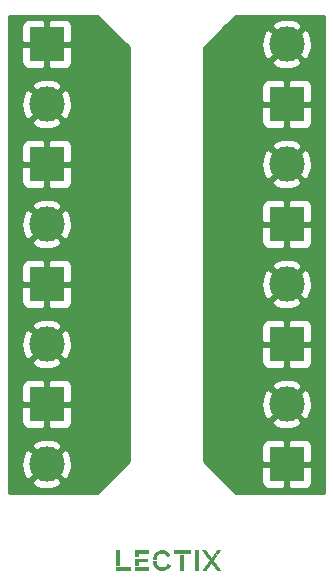
<source format=gtl>
G04 #@! TF.GenerationSoftware,KiCad,Pcbnew,6.0.9-8da3e8f707~116~ubuntu20.04.1*
G04 #@! TF.CreationDate,2023-04-19T17:37:20+00:00*
G04 #@! TF.ProjectId,LEC030001,4c454330-3330-4303-9031-2e6b69636164,rev?*
G04 #@! TF.SameCoordinates,Original*
G04 #@! TF.FileFunction,Copper,L1,Top*
G04 #@! TF.FilePolarity,Positive*
%FSLAX46Y46*%
G04 Gerber Fmt 4.6, Leading zero omitted, Abs format (unit mm)*
G04 Created by KiCad (PCBNEW 6.0.9-8da3e8f707~116~ubuntu20.04.1) date 2023-04-19 17:37:20*
%MOMM*%
%LPD*%
G01*
G04 APERTURE LIST*
G04 #@! TA.AperFunction,EtchedComponent*
%ADD10C,0.010000*%
G04 #@! TD*
G04 #@! TA.AperFunction,ComponentPad*
%ADD11R,3.000000X3.000000*%
G04 #@! TD*
G04 #@! TA.AperFunction,ComponentPad*
%ADD12C,3.000000*%
G04 #@! TD*
G04 #@! TA.AperFunction,Conductor*
%ADD13C,0.254000*%
G04 #@! TD*
G04 APERTURE END LIST*
G04 #@! TO.C,LOGO1*
G36*
X189001400Y-102552120D02*
G01*
X188780420Y-102552120D01*
X188780420Y-101277040D01*
X189001400Y-101277040D01*
X189001400Y-102552120D01*
G37*
D10*
X189001400Y-102552120D02*
X188780420Y-102552120D01*
X188780420Y-101277040D01*
X189001400Y-101277040D01*
X189001400Y-102552120D01*
G36*
X194990720Y-101495480D02*
G01*
X193621660Y-101495480D01*
X193621660Y-101274500D01*
X194990720Y-101274500D01*
X194990720Y-101495480D01*
G37*
X194990720Y-101495480D02*
X193621660Y-101495480D01*
X193621660Y-101274500D01*
X194990720Y-101274500D01*
X194990720Y-101495480D01*
G36*
X192666209Y-101271115D02*
G01*
X192687949Y-101271898D01*
X192706476Y-101273135D01*
X192714880Y-101274013D01*
X192776536Y-101284111D01*
X192836482Y-101298858D01*
X192894502Y-101318120D01*
X192950380Y-101341760D01*
X193003901Y-101369642D01*
X193054850Y-101401632D01*
X193103012Y-101437592D01*
X193148171Y-101477388D01*
X193190111Y-101520884D01*
X193228617Y-101567944D01*
X193263475Y-101618433D01*
X193264753Y-101620462D01*
X193270950Y-101630604D01*
X193275873Y-101639176D01*
X193279032Y-101645284D01*
X193279933Y-101648034D01*
X193279927Y-101648046D01*
X193277616Y-101649794D01*
X193271584Y-101653936D01*
X193262376Y-101660116D01*
X193250541Y-101667976D01*
X193236627Y-101677159D01*
X193221181Y-101687308D01*
X193204750Y-101698066D01*
X193187883Y-101709075D01*
X193171127Y-101719979D01*
X193155029Y-101730419D01*
X193140138Y-101740039D01*
X193127000Y-101748482D01*
X193116165Y-101755390D01*
X193108178Y-101760407D01*
X193103588Y-101763174D01*
X193102794Y-101763584D01*
X193099968Y-101762718D01*
X193095905Y-101758095D01*
X193090305Y-101749339D01*
X193087184Y-101743914D01*
X193070089Y-101716428D01*
X193049427Y-101688002D01*
X193026229Y-101659852D01*
X193001528Y-101633197D01*
X192976356Y-101609254D01*
X192964480Y-101599140D01*
X192923846Y-101569172D01*
X192880247Y-101543127D01*
X192834196Y-101521226D01*
X192786208Y-101503690D01*
X192736797Y-101490740D01*
X192696452Y-101483813D01*
X192674946Y-101481768D01*
X192650221Y-101480722D01*
X192623760Y-101480637D01*
X192597045Y-101481480D01*
X192571557Y-101483214D01*
X192548779Y-101485804D01*
X192537826Y-101487603D01*
X192487286Y-101499608D01*
X192438775Y-101516099D01*
X192392534Y-101536857D01*
X192348804Y-101561666D01*
X192307826Y-101590308D01*
X192269841Y-101622566D01*
X192235090Y-101658223D01*
X192203814Y-101697062D01*
X192176252Y-101738864D01*
X192152648Y-101783413D01*
X192133240Y-101830492D01*
X192123199Y-101861621D01*
X192112556Y-101906052D01*
X192105928Y-101952105D01*
X192103432Y-101990145D01*
X192102028Y-102031420D01*
X191881031Y-102031420D01*
X191882507Y-101986335D01*
X191886951Y-101926765D01*
X191896239Y-101868219D01*
X191910196Y-101810945D01*
X191928643Y-101755192D01*
X191951405Y-101701206D01*
X191978306Y-101649239D01*
X192009168Y-101599537D01*
X192043816Y-101552349D01*
X192082073Y-101507923D01*
X192123762Y-101466510D01*
X192168708Y-101428355D01*
X192216733Y-101393709D01*
X192267661Y-101362820D01*
X192321316Y-101335936D01*
X192354200Y-101322046D01*
X192407077Y-101303465D01*
X192461789Y-101288763D01*
X192519205Y-101277716D01*
X192534540Y-101275434D01*
X192550719Y-101273688D01*
X192570782Y-101272339D01*
X192593544Y-101271399D01*
X192617825Y-101270875D01*
X192642441Y-101270777D01*
X192666209Y-101271115D01*
G37*
X192666209Y-101271115D02*
X192687949Y-101271898D01*
X192706476Y-101273135D01*
X192714880Y-101274013D01*
X192776536Y-101284111D01*
X192836482Y-101298858D01*
X192894502Y-101318120D01*
X192950380Y-101341760D01*
X193003901Y-101369642D01*
X193054850Y-101401632D01*
X193103012Y-101437592D01*
X193148171Y-101477388D01*
X193190111Y-101520884D01*
X193228617Y-101567944D01*
X193263475Y-101618433D01*
X193264753Y-101620462D01*
X193270950Y-101630604D01*
X193275873Y-101639176D01*
X193279032Y-101645284D01*
X193279933Y-101648034D01*
X193279927Y-101648046D01*
X193277616Y-101649794D01*
X193271584Y-101653936D01*
X193262376Y-101660116D01*
X193250541Y-101667976D01*
X193236627Y-101677159D01*
X193221181Y-101687308D01*
X193204750Y-101698066D01*
X193187883Y-101709075D01*
X193171127Y-101719979D01*
X193155029Y-101730419D01*
X193140138Y-101740039D01*
X193127000Y-101748482D01*
X193116165Y-101755390D01*
X193108178Y-101760407D01*
X193103588Y-101763174D01*
X193102794Y-101763584D01*
X193099968Y-101762718D01*
X193095905Y-101758095D01*
X193090305Y-101749339D01*
X193087184Y-101743914D01*
X193070089Y-101716428D01*
X193049427Y-101688002D01*
X193026229Y-101659852D01*
X193001528Y-101633197D01*
X192976356Y-101609254D01*
X192964480Y-101599140D01*
X192923846Y-101569172D01*
X192880247Y-101543127D01*
X192834196Y-101521226D01*
X192786208Y-101503690D01*
X192736797Y-101490740D01*
X192696452Y-101483813D01*
X192674946Y-101481768D01*
X192650221Y-101480722D01*
X192623760Y-101480637D01*
X192597045Y-101481480D01*
X192571557Y-101483214D01*
X192548779Y-101485804D01*
X192537826Y-101487603D01*
X192487286Y-101499608D01*
X192438775Y-101516099D01*
X192392534Y-101536857D01*
X192348804Y-101561666D01*
X192307826Y-101590308D01*
X192269841Y-101622566D01*
X192235090Y-101658223D01*
X192203814Y-101697062D01*
X192176252Y-101738864D01*
X192152648Y-101783413D01*
X192133240Y-101830492D01*
X192123199Y-101861621D01*
X192112556Y-101906052D01*
X192105928Y-101952105D01*
X192103432Y-101990145D01*
X192102028Y-102031420D01*
X191881031Y-102031420D01*
X191882507Y-101986335D01*
X191886951Y-101926765D01*
X191896239Y-101868219D01*
X191910196Y-101810945D01*
X191928643Y-101755192D01*
X191951405Y-101701206D01*
X191978306Y-101649239D01*
X192009168Y-101599537D01*
X192043816Y-101552349D01*
X192082073Y-101507923D01*
X192123762Y-101466510D01*
X192168708Y-101428355D01*
X192216733Y-101393709D01*
X192267661Y-101362820D01*
X192321316Y-101335936D01*
X192354200Y-101322046D01*
X192407077Y-101303465D01*
X192461789Y-101288763D01*
X192519205Y-101277716D01*
X192534540Y-101275434D01*
X192550719Y-101273688D01*
X192570782Y-101272339D01*
X192593544Y-101271399D01*
X192617825Y-101270875D01*
X192642441Y-101270777D01*
X192666209Y-101271115D01*
G36*
X196300968Y-101274500D02*
G01*
X196506269Y-101557044D01*
X196530799Y-101590835D01*
X196554493Y-101623537D01*
X196577180Y-101654909D01*
X196598689Y-101684714D01*
X196618848Y-101712711D01*
X196637487Y-101738663D01*
X196654435Y-101762329D01*
X196669520Y-101783470D01*
X196682571Y-101801848D01*
X196693418Y-101817223D01*
X196701889Y-101829356D01*
X196707814Y-101838009D01*
X196711021Y-101842942D01*
X196711570Y-101844021D01*
X196710129Y-101847001D01*
X196706077Y-101853439D01*
X196699817Y-101862779D01*
X196691755Y-101874461D01*
X196682293Y-101887928D01*
X196671838Y-101902622D01*
X196660793Y-101917984D01*
X196649562Y-101933457D01*
X196638551Y-101948483D01*
X196628162Y-101962504D01*
X196618801Y-101974962D01*
X196610872Y-101985298D01*
X196604779Y-101992955D01*
X196600927Y-101997375D01*
X196599810Y-101998247D01*
X196598071Y-101996223D01*
X196593504Y-101990295D01*
X196586264Y-101980671D01*
X196576502Y-101967561D01*
X196564373Y-101951174D01*
X196550029Y-101931719D01*
X196533625Y-101909405D01*
X196515313Y-101884442D01*
X196495247Y-101857037D01*
X196473579Y-101827402D01*
X196450465Y-101795743D01*
X196426056Y-101762272D01*
X196400506Y-101727196D01*
X196373968Y-101690724D01*
X196346596Y-101653067D01*
X196338190Y-101641493D01*
X196310558Y-101603445D01*
X196283707Y-101566468D01*
X196257789Y-101530772D01*
X196232960Y-101496572D01*
X196209374Y-101464081D01*
X196187186Y-101433511D01*
X196166549Y-101405075D01*
X196147618Y-101378985D01*
X196130548Y-101355456D01*
X196115493Y-101334699D01*
X196102608Y-101316927D01*
X196092047Y-101302354D01*
X196083964Y-101291192D01*
X196078514Y-101283654D01*
X196075851Y-101279952D01*
X196075625Y-101279630D01*
X196074877Y-101278417D01*
X196074715Y-101277412D01*
X196075563Y-101276595D01*
X196077844Y-101275947D01*
X196081981Y-101275449D01*
X196088399Y-101275081D01*
X196097522Y-101274823D01*
X196109772Y-101274655D01*
X196125573Y-101274559D01*
X196145349Y-101274514D01*
X196169525Y-101274500D01*
X196186554Y-101274499D01*
X196300968Y-101274500D01*
G37*
X196300968Y-101274500D02*
X196506269Y-101557044D01*
X196530799Y-101590835D01*
X196554493Y-101623537D01*
X196577180Y-101654909D01*
X196598689Y-101684714D01*
X196618848Y-101712711D01*
X196637487Y-101738663D01*
X196654435Y-101762329D01*
X196669520Y-101783470D01*
X196682571Y-101801848D01*
X196693418Y-101817223D01*
X196701889Y-101829356D01*
X196707814Y-101838009D01*
X196711021Y-101842942D01*
X196711570Y-101844021D01*
X196710129Y-101847001D01*
X196706077Y-101853439D01*
X196699817Y-101862779D01*
X196691755Y-101874461D01*
X196682293Y-101887928D01*
X196671838Y-101902622D01*
X196660793Y-101917984D01*
X196649562Y-101933457D01*
X196638551Y-101948483D01*
X196628162Y-101962504D01*
X196618801Y-101974962D01*
X196610872Y-101985298D01*
X196604779Y-101992955D01*
X196600927Y-101997375D01*
X196599810Y-101998247D01*
X196598071Y-101996223D01*
X196593504Y-101990295D01*
X196586264Y-101980671D01*
X196576502Y-101967561D01*
X196564373Y-101951174D01*
X196550029Y-101931719D01*
X196533625Y-101909405D01*
X196515313Y-101884442D01*
X196495247Y-101857037D01*
X196473579Y-101827402D01*
X196450465Y-101795743D01*
X196426056Y-101762272D01*
X196400506Y-101727196D01*
X196373968Y-101690724D01*
X196346596Y-101653067D01*
X196338190Y-101641493D01*
X196310558Y-101603445D01*
X196283707Y-101566468D01*
X196257789Y-101530772D01*
X196232960Y-101496572D01*
X196209374Y-101464081D01*
X196187186Y-101433511D01*
X196166549Y-101405075D01*
X196147618Y-101378985D01*
X196130548Y-101355456D01*
X196115493Y-101334699D01*
X196102608Y-101316927D01*
X196092047Y-101302354D01*
X196083964Y-101291192D01*
X196078514Y-101283654D01*
X196075851Y-101279952D01*
X196075625Y-101279630D01*
X196074877Y-101278417D01*
X196074715Y-101277412D01*
X196075563Y-101276595D01*
X196077844Y-101275947D01*
X196081981Y-101275449D01*
X196088399Y-101275081D01*
X196097522Y-101274823D01*
X196109772Y-101274655D01*
X196125573Y-101274559D01*
X196145349Y-101274514D01*
X196169525Y-101274500D01*
X196186554Y-101274499D01*
X196300968Y-101274500D01*
G36*
X191472820Y-101487860D02*
G01*
X190599060Y-101487860D01*
X190599060Y-101800280D01*
X190375540Y-101800280D01*
X190375540Y-101266880D01*
X191472820Y-101266880D01*
X191472820Y-101487860D01*
G37*
X191472820Y-101487860D02*
X190599060Y-101487860D01*
X190599060Y-101800280D01*
X190375540Y-101800280D01*
X190375540Y-101266880D01*
X191472820Y-101266880D01*
X191472820Y-101487860D01*
G36*
X189928500Y-102953440D02*
G01*
X188780420Y-102953440D01*
X188780420Y-102729920D01*
X189928500Y-102729920D01*
X189928500Y-102953440D01*
G37*
X189928500Y-102953440D02*
X188780420Y-102953440D01*
X188780420Y-102729920D01*
X189928500Y-102729920D01*
X189928500Y-102953440D01*
G36*
X191472820Y-102953440D02*
G01*
X190380620Y-102953440D01*
X190380620Y-102729920D01*
X191472820Y-102729920D01*
X191472820Y-102953440D01*
G37*
X191472820Y-102953440D02*
X190380620Y-102953440D01*
X190380620Y-102729920D01*
X191472820Y-102729920D01*
X191472820Y-102953440D01*
G36*
X191358520Y-102209220D02*
G01*
X190599060Y-102209220D01*
X190599060Y-102552120D01*
X190378080Y-102552120D01*
X190378080Y-101985700D01*
X191358520Y-101985700D01*
X191358520Y-102209220D01*
G37*
X191358520Y-102209220D02*
X190599060Y-102209220D01*
X190599060Y-102552120D01*
X190378080Y-102552120D01*
X190378080Y-101985700D01*
X191358520Y-101985700D01*
X191358520Y-102209220D01*
G36*
X197416304Y-101280092D02*
G01*
X197434850Y-101280188D01*
X197548296Y-101280850D01*
X197242148Y-101699183D01*
X197212064Y-101740298D01*
X197182787Y-101780325D01*
X197154458Y-101819069D01*
X197127217Y-101856338D01*
X197101206Y-101891940D01*
X197076566Y-101925680D01*
X197053436Y-101957366D01*
X197031957Y-101986806D01*
X197012271Y-102013806D01*
X196994518Y-102038172D01*
X196978839Y-102059713D01*
X196965374Y-102078236D01*
X196954265Y-102093546D01*
X196945651Y-102105452D01*
X196939674Y-102113760D01*
X196936474Y-102118277D01*
X196935946Y-102119087D01*
X196937407Y-102121269D01*
X196941707Y-102127370D01*
X196948703Y-102137192D01*
X196958256Y-102150541D01*
X196970224Y-102167220D01*
X196984465Y-102187032D01*
X197000838Y-102209783D01*
X197019202Y-102235275D01*
X197039416Y-102263314D01*
X197061337Y-102293701D01*
X197084825Y-102326243D01*
X197109739Y-102360742D01*
X197135938Y-102397003D01*
X197163279Y-102434829D01*
X197191622Y-102474025D01*
X197220825Y-102514395D01*
X197232671Y-102530766D01*
X197262190Y-102571564D01*
X197290913Y-102611274D01*
X197318699Y-102649701D01*
X197345405Y-102686647D01*
X197370889Y-102721916D01*
X197395010Y-102755310D01*
X197417626Y-102786635D01*
X197438595Y-102815692D01*
X197457775Y-102842285D01*
X197475025Y-102866218D01*
X197490202Y-102887293D01*
X197503164Y-102905315D01*
X197513770Y-102920086D01*
X197521878Y-102931411D01*
X197527346Y-102939091D01*
X197530033Y-102942932D01*
X197530296Y-102943347D01*
X197528016Y-102943981D01*
X197520822Y-102944522D01*
X197508878Y-102944969D01*
X197492349Y-102945317D01*
X197471400Y-102945563D01*
X197446196Y-102945703D01*
X197417266Y-102945734D01*
X197303390Y-102945649D01*
X197062090Y-102611780D01*
X197035526Y-102575037D01*
X197009765Y-102539426D01*
X196984965Y-102505163D01*
X196961283Y-102472466D01*
X196938876Y-102441550D01*
X196917902Y-102412632D01*
X196898517Y-102385929D01*
X196880880Y-102361658D01*
X196865147Y-102340034D01*
X196851475Y-102321274D01*
X196840023Y-102305596D01*
X196830948Y-102293215D01*
X196824406Y-102284347D01*
X196820556Y-102279211D01*
X196819520Y-102277933D01*
X196817906Y-102279950D01*
X196813455Y-102285854D01*
X196806324Y-102295427D01*
X196796674Y-102308455D01*
X196784661Y-102324722D01*
X196770447Y-102344010D01*
X196754188Y-102366106D01*
X196736044Y-102390791D01*
X196716173Y-102417851D01*
X196694734Y-102447070D01*
X196671887Y-102478231D01*
X196647789Y-102511119D01*
X196622600Y-102545518D01*
X196596477Y-102581211D01*
X196575680Y-102609644D01*
X196548925Y-102646214D01*
X196522965Y-102681667D01*
X196497961Y-102715786D01*
X196474072Y-102748355D01*
X196451458Y-102779156D01*
X196430279Y-102807973D01*
X196410693Y-102834589D01*
X196392863Y-102858787D01*
X196376946Y-102880350D01*
X196363102Y-102899061D01*
X196351493Y-102914704D01*
X196342276Y-102927061D01*
X196335613Y-102935916D01*
X196331662Y-102941051D01*
X196330570Y-102942335D01*
X196327574Y-102942529D01*
X196320025Y-102942680D01*
X196308450Y-102942789D01*
X196293375Y-102942853D01*
X196275327Y-102942870D01*
X196254833Y-102942839D01*
X196232419Y-102942759D01*
X196215648Y-102942672D01*
X196103267Y-102942010D01*
X196709225Y-102113970D01*
X196751717Y-102055907D01*
X196793457Y-101998878D01*
X196834343Y-101943019D01*
X196874276Y-101888469D01*
X196913154Y-101835363D01*
X196950878Y-101783839D01*
X196987347Y-101734036D01*
X197022459Y-101686089D01*
X197056115Y-101640136D01*
X197088214Y-101596314D01*
X197118655Y-101554761D01*
X197147338Y-101515614D01*
X197174162Y-101479011D01*
X197199027Y-101445087D01*
X197221832Y-101413981D01*
X197242477Y-101385831D01*
X197260860Y-101360772D01*
X197276882Y-101338943D01*
X197290441Y-101320481D01*
X197301437Y-101305522D01*
X197309771Y-101294205D01*
X197315340Y-101286667D01*
X197318045Y-101283044D01*
X197318294Y-101282728D01*
X197320129Y-101281936D01*
X197324193Y-101281292D01*
X197330860Y-101280789D01*
X197340504Y-101280418D01*
X197353497Y-101280171D01*
X197370212Y-101280039D01*
X197391024Y-101280016D01*
X197416304Y-101280092D01*
G37*
X197416304Y-101280092D02*
X197434850Y-101280188D01*
X197548296Y-101280850D01*
X197242148Y-101699183D01*
X197212064Y-101740298D01*
X197182787Y-101780325D01*
X197154458Y-101819069D01*
X197127217Y-101856338D01*
X197101206Y-101891940D01*
X197076566Y-101925680D01*
X197053436Y-101957366D01*
X197031957Y-101986806D01*
X197012271Y-102013806D01*
X196994518Y-102038172D01*
X196978839Y-102059713D01*
X196965374Y-102078236D01*
X196954265Y-102093546D01*
X196945651Y-102105452D01*
X196939674Y-102113760D01*
X196936474Y-102118277D01*
X196935946Y-102119087D01*
X196937407Y-102121269D01*
X196941707Y-102127370D01*
X196948703Y-102137192D01*
X196958256Y-102150541D01*
X196970224Y-102167220D01*
X196984465Y-102187032D01*
X197000838Y-102209783D01*
X197019202Y-102235275D01*
X197039416Y-102263314D01*
X197061337Y-102293701D01*
X197084825Y-102326243D01*
X197109739Y-102360742D01*
X197135938Y-102397003D01*
X197163279Y-102434829D01*
X197191622Y-102474025D01*
X197220825Y-102514395D01*
X197232671Y-102530766D01*
X197262190Y-102571564D01*
X197290913Y-102611274D01*
X197318699Y-102649701D01*
X197345405Y-102686647D01*
X197370889Y-102721916D01*
X197395010Y-102755310D01*
X197417626Y-102786635D01*
X197438595Y-102815692D01*
X197457775Y-102842285D01*
X197475025Y-102866218D01*
X197490202Y-102887293D01*
X197503164Y-102905315D01*
X197513770Y-102920086D01*
X197521878Y-102931411D01*
X197527346Y-102939091D01*
X197530033Y-102942932D01*
X197530296Y-102943347D01*
X197528016Y-102943981D01*
X197520822Y-102944522D01*
X197508878Y-102944969D01*
X197492349Y-102945317D01*
X197471400Y-102945563D01*
X197446196Y-102945703D01*
X197417266Y-102945734D01*
X197303390Y-102945649D01*
X197062090Y-102611780D01*
X197035526Y-102575037D01*
X197009765Y-102539426D01*
X196984965Y-102505163D01*
X196961283Y-102472466D01*
X196938876Y-102441550D01*
X196917902Y-102412632D01*
X196898517Y-102385929D01*
X196880880Y-102361658D01*
X196865147Y-102340034D01*
X196851475Y-102321274D01*
X196840023Y-102305596D01*
X196830948Y-102293215D01*
X196824406Y-102284347D01*
X196820556Y-102279211D01*
X196819520Y-102277933D01*
X196817906Y-102279950D01*
X196813455Y-102285854D01*
X196806324Y-102295427D01*
X196796674Y-102308455D01*
X196784661Y-102324722D01*
X196770447Y-102344010D01*
X196754188Y-102366106D01*
X196736044Y-102390791D01*
X196716173Y-102417851D01*
X196694734Y-102447070D01*
X196671887Y-102478231D01*
X196647789Y-102511119D01*
X196622600Y-102545518D01*
X196596477Y-102581211D01*
X196575680Y-102609644D01*
X196548925Y-102646214D01*
X196522965Y-102681667D01*
X196497961Y-102715786D01*
X196474072Y-102748355D01*
X196451458Y-102779156D01*
X196430279Y-102807973D01*
X196410693Y-102834589D01*
X196392863Y-102858787D01*
X196376946Y-102880350D01*
X196363102Y-102899061D01*
X196351493Y-102914704D01*
X196342276Y-102927061D01*
X196335613Y-102935916D01*
X196331662Y-102941051D01*
X196330570Y-102942335D01*
X196327574Y-102942529D01*
X196320025Y-102942680D01*
X196308450Y-102942789D01*
X196293375Y-102942853D01*
X196275327Y-102942870D01*
X196254833Y-102942839D01*
X196232419Y-102942759D01*
X196215648Y-102942672D01*
X196103267Y-102942010D01*
X196709225Y-102113970D01*
X196751717Y-102055907D01*
X196793457Y-101998878D01*
X196834343Y-101943019D01*
X196874276Y-101888469D01*
X196913154Y-101835363D01*
X196950878Y-101783839D01*
X196987347Y-101734036D01*
X197022459Y-101686089D01*
X197056115Y-101640136D01*
X197088214Y-101596314D01*
X197118655Y-101554761D01*
X197147338Y-101515614D01*
X197174162Y-101479011D01*
X197199027Y-101445087D01*
X197221832Y-101413981D01*
X197242477Y-101385831D01*
X197260860Y-101360772D01*
X197276882Y-101338943D01*
X197290441Y-101320481D01*
X197301437Y-101305522D01*
X197309771Y-101294205D01*
X197315340Y-101286667D01*
X197318045Y-101283044D01*
X197318294Y-101282728D01*
X197320129Y-101281936D01*
X197324193Y-101281292D01*
X197330860Y-101280789D01*
X197340504Y-101280418D01*
X197353497Y-101280171D01*
X197370212Y-101280039D01*
X197391024Y-101280016D01*
X197416304Y-101280092D01*
G36*
X192098402Y-102235255D02*
G01*
X192103120Y-102284642D01*
X192112714Y-102333391D01*
X192126988Y-102381126D01*
X192145743Y-102427472D01*
X192168784Y-102472055D01*
X192195913Y-102514500D01*
X192226933Y-102554432D01*
X192261648Y-102591476D01*
X192299860Y-102625258D01*
X192305940Y-102630066D01*
X192346038Y-102658193D01*
X192389345Y-102682754D01*
X192435214Y-102703491D01*
X192482999Y-102720147D01*
X192532054Y-102732466D01*
X192581733Y-102740191D01*
X192583061Y-102740331D01*
X192604417Y-102741812D01*
X192629012Y-102742277D01*
X192655170Y-102741784D01*
X192681216Y-102740393D01*
X192705475Y-102738161D01*
X192725040Y-102735369D01*
X192775420Y-102723968D01*
X192824171Y-102708011D01*
X192870973Y-102687722D01*
X192915506Y-102663326D01*
X192957447Y-102635050D01*
X192996477Y-102603119D01*
X193032275Y-102567757D01*
X193064521Y-102529189D01*
X193092893Y-102487642D01*
X193103459Y-102469570D01*
X193107764Y-102461866D01*
X193110977Y-102456162D01*
X193112419Y-102453660D01*
X193112428Y-102453648D01*
X193114718Y-102454589D01*
X193120966Y-102457586D01*
X193130622Y-102462356D01*
X193143134Y-102468617D01*
X193157950Y-102476087D01*
X193174518Y-102484484D01*
X193192288Y-102493526D01*
X193210709Y-102502930D01*
X193229227Y-102512414D01*
X193247292Y-102521697D01*
X193264353Y-102530496D01*
X193279857Y-102538530D01*
X193293254Y-102545515D01*
X193303992Y-102551170D01*
X193311519Y-102555212D01*
X193315284Y-102557360D01*
X193315579Y-102557574D01*
X193316342Y-102559476D01*
X193315650Y-102562864D01*
X193313236Y-102568246D01*
X193308829Y-102576130D01*
X193302161Y-102587022D01*
X193292963Y-102601432D01*
X193289532Y-102606730D01*
X193253745Y-102657247D01*
X193214233Y-102704456D01*
X193171253Y-102748181D01*
X193125061Y-102788245D01*
X193075915Y-102824473D01*
X193024071Y-102856690D01*
X192969786Y-102884719D01*
X192913317Y-102908386D01*
X192854922Y-102927513D01*
X192801386Y-102940608D01*
X192780451Y-102944715D01*
X192761307Y-102947937D01*
X192742786Y-102950387D01*
X192723721Y-102952177D01*
X192702944Y-102953419D01*
X192679286Y-102954226D01*
X192655190Y-102954665D01*
X192636965Y-102954860D01*
X192620071Y-102954960D01*
X192605281Y-102954966D01*
X192593367Y-102954880D01*
X192585103Y-102954704D01*
X192581530Y-102954485D01*
X192575642Y-102953741D01*
X192566310Y-102952630D01*
X192555138Y-102951341D01*
X192549780Y-102950735D01*
X192494003Y-102942047D01*
X192438007Y-102928574D01*
X192382401Y-102910545D01*
X192327794Y-102888188D01*
X192274797Y-102861731D01*
X192224019Y-102831401D01*
X192215770Y-102825955D01*
X192185798Y-102805098D01*
X192159044Y-102784653D01*
X192133942Y-102763317D01*
X192108927Y-102739790D01*
X192093718Y-102724501D01*
X192051520Y-102677656D01*
X192013616Y-102628179D01*
X191980086Y-102576236D01*
X191951014Y-102521994D01*
X191926482Y-102465618D01*
X191906574Y-102407274D01*
X191891371Y-102347129D01*
X191883187Y-102301477D01*
X191881980Y-102292261D01*
X191880577Y-102279810D01*
X191879087Y-102265307D01*
X191877618Y-102249937D01*
X191876281Y-102234885D01*
X191875185Y-102221334D01*
X191874438Y-102210470D01*
X191874150Y-102203505D01*
X191876602Y-102203107D01*
X191883621Y-102202738D01*
X191894692Y-102202405D01*
X191909304Y-102202119D01*
X191926941Y-102201886D01*
X191947091Y-102201717D01*
X191969241Y-102201620D01*
X191985519Y-102201600D01*
X192096899Y-102201600D01*
X192098402Y-102235255D01*
G37*
X192098402Y-102235255D02*
X192103120Y-102284642D01*
X192112714Y-102333391D01*
X192126988Y-102381126D01*
X192145743Y-102427472D01*
X192168784Y-102472055D01*
X192195913Y-102514500D01*
X192226933Y-102554432D01*
X192261648Y-102591476D01*
X192299860Y-102625258D01*
X192305940Y-102630066D01*
X192346038Y-102658193D01*
X192389345Y-102682754D01*
X192435214Y-102703491D01*
X192482999Y-102720147D01*
X192532054Y-102732466D01*
X192581733Y-102740191D01*
X192583061Y-102740331D01*
X192604417Y-102741812D01*
X192629012Y-102742277D01*
X192655170Y-102741784D01*
X192681216Y-102740393D01*
X192705475Y-102738161D01*
X192725040Y-102735369D01*
X192775420Y-102723968D01*
X192824171Y-102708011D01*
X192870973Y-102687722D01*
X192915506Y-102663326D01*
X192957447Y-102635050D01*
X192996477Y-102603119D01*
X193032275Y-102567757D01*
X193064521Y-102529189D01*
X193092893Y-102487642D01*
X193103459Y-102469570D01*
X193107764Y-102461866D01*
X193110977Y-102456162D01*
X193112419Y-102453660D01*
X193112428Y-102453648D01*
X193114718Y-102454589D01*
X193120966Y-102457586D01*
X193130622Y-102462356D01*
X193143134Y-102468617D01*
X193157950Y-102476087D01*
X193174518Y-102484484D01*
X193192288Y-102493526D01*
X193210709Y-102502930D01*
X193229227Y-102512414D01*
X193247292Y-102521697D01*
X193264353Y-102530496D01*
X193279857Y-102538530D01*
X193293254Y-102545515D01*
X193303992Y-102551170D01*
X193311519Y-102555212D01*
X193315284Y-102557360D01*
X193315579Y-102557574D01*
X193316342Y-102559476D01*
X193315650Y-102562864D01*
X193313236Y-102568246D01*
X193308829Y-102576130D01*
X193302161Y-102587022D01*
X193292963Y-102601432D01*
X193289532Y-102606730D01*
X193253745Y-102657247D01*
X193214233Y-102704456D01*
X193171253Y-102748181D01*
X193125061Y-102788245D01*
X193075915Y-102824473D01*
X193024071Y-102856690D01*
X192969786Y-102884719D01*
X192913317Y-102908386D01*
X192854922Y-102927513D01*
X192801386Y-102940608D01*
X192780451Y-102944715D01*
X192761307Y-102947937D01*
X192742786Y-102950387D01*
X192723721Y-102952177D01*
X192702944Y-102953419D01*
X192679286Y-102954226D01*
X192655190Y-102954665D01*
X192636965Y-102954860D01*
X192620071Y-102954960D01*
X192605281Y-102954966D01*
X192593367Y-102954880D01*
X192585103Y-102954704D01*
X192581530Y-102954485D01*
X192575642Y-102953741D01*
X192566310Y-102952630D01*
X192555138Y-102951341D01*
X192549780Y-102950735D01*
X192494003Y-102942047D01*
X192438007Y-102928574D01*
X192382401Y-102910545D01*
X192327794Y-102888188D01*
X192274797Y-102861731D01*
X192224019Y-102831401D01*
X192215770Y-102825955D01*
X192185798Y-102805098D01*
X192159044Y-102784653D01*
X192133942Y-102763317D01*
X192108927Y-102739790D01*
X192093718Y-102724501D01*
X192051520Y-102677656D01*
X192013616Y-102628179D01*
X191980086Y-102576236D01*
X191951014Y-102521994D01*
X191926482Y-102465618D01*
X191906574Y-102407274D01*
X191891371Y-102347129D01*
X191883187Y-102301477D01*
X191881980Y-102292261D01*
X191880577Y-102279810D01*
X191879087Y-102265307D01*
X191877618Y-102249937D01*
X191876281Y-102234885D01*
X191875185Y-102221334D01*
X191874438Y-102210470D01*
X191874150Y-102203505D01*
X191876602Y-102203107D01*
X191883621Y-102202738D01*
X191894692Y-102202405D01*
X191909304Y-102202119D01*
X191926941Y-102201886D01*
X191947091Y-102201717D01*
X191969241Y-102201620D01*
X191985519Y-102201600D01*
X192096899Y-102201600D01*
X192098402Y-102235255D01*
G36*
X195658740Y-102945820D02*
G01*
X195437760Y-102945820D01*
X195437760Y-101274500D01*
X195658740Y-101274500D01*
X195658740Y-102945820D01*
G37*
X195658740Y-102945820D02*
X195437760Y-102945820D01*
X195437760Y-101274500D01*
X195658740Y-101274500D01*
X195658740Y-102945820D01*
G36*
X194411600Y-102945820D02*
G01*
X194190620Y-102945820D01*
X194190620Y-101663120D01*
X194411600Y-101663120D01*
X194411600Y-102945820D01*
G37*
X194411600Y-102945820D02*
X194190620Y-102945820D01*
X194190620Y-101663120D01*
X194411600Y-101663120D01*
X194411600Y-102945820D01*
G04 #@! TD*
D11*
G04 #@! TO.P,J5,1*
G04 #@! TO.N,/blue*
X203200000Y-83820000D03*
D12*
G04 #@! TO.P,J5,2*
X203200000Y-78740000D03*
G04 #@! TD*
D11*
G04 #@! TO.P,J6,1*
G04 #@! TO.N,/blue*
X203200000Y-63500000D03*
D12*
G04 #@! TO.P,J6,2*
X203200000Y-58420000D03*
G04 #@! TD*
D11*
G04 #@! TO.P,J7,1*
G04 #@! TO.N,/blue*
X203200000Y-93980000D03*
D12*
G04 #@! TO.P,J7,2*
X203200000Y-88900000D03*
G04 #@! TD*
D11*
G04 #@! TO.P,J8,1*
G04 #@! TO.N,/blue*
X203200000Y-73660000D03*
D12*
G04 #@! TO.P,J8,2*
X203200000Y-68580000D03*
G04 #@! TD*
D11*
G04 #@! TO.P,J2,1*
G04 #@! TO.N,/green*
X182880000Y-78740000D03*
D12*
G04 #@! TO.P,J2,2*
X182880000Y-83820000D03*
G04 #@! TD*
D11*
G04 #@! TO.P,J1,1*
G04 #@! TO.N,/green*
X182880000Y-68580000D03*
D12*
G04 #@! TO.P,J1,2*
X182880000Y-73660000D03*
G04 #@! TD*
D11*
G04 #@! TO.P,J4,1*
G04 #@! TO.N,/green*
X182880000Y-88900000D03*
D12*
G04 #@! TO.P,J4,2*
X182880000Y-93980000D03*
G04 #@! TD*
D11*
G04 #@! TO.P,J3,1*
G04 #@! TO.N,/green*
X182880000Y-58420000D03*
D12*
G04 #@! TO.P,J3,2*
X182880000Y-63500000D03*
G04 #@! TD*
G04 #@! TO.N,/green*
D13*
X189840001Y-58693382D02*
X189840000Y-93706619D01*
X187153620Y-96393000D01*
X179730000Y-96393000D01*
X179730000Y-95471653D01*
X181567952Y-95471653D01*
X181723962Y-95787214D01*
X182098745Y-95978020D01*
X182503551Y-96092044D01*
X182922824Y-96124902D01*
X183340451Y-96075334D01*
X183740383Y-95945243D01*
X184036038Y-95787214D01*
X184192048Y-95471653D01*
X182880000Y-94159605D01*
X181567952Y-95471653D01*
X179730000Y-95471653D01*
X179730000Y-94022824D01*
X180735098Y-94022824D01*
X180784666Y-94440451D01*
X180914757Y-94840383D01*
X181072786Y-95136038D01*
X181388347Y-95292048D01*
X182700395Y-93980000D01*
X183059605Y-93980000D01*
X184371653Y-95292048D01*
X184687214Y-95136038D01*
X184878020Y-94761255D01*
X184992044Y-94356449D01*
X185024902Y-93937176D01*
X184975334Y-93519549D01*
X184845243Y-93119617D01*
X184687214Y-92823962D01*
X184371653Y-92667952D01*
X183059605Y-93980000D01*
X182700395Y-93980000D01*
X181388347Y-92667952D01*
X181072786Y-92823962D01*
X180881980Y-93198745D01*
X180767956Y-93603551D01*
X180735098Y-94022824D01*
X179730000Y-94022824D01*
X179730000Y-92488347D01*
X181567952Y-92488347D01*
X182880000Y-93800395D01*
X184192048Y-92488347D01*
X184036038Y-92172786D01*
X183661255Y-91981980D01*
X183256449Y-91867956D01*
X182837176Y-91835098D01*
X182419549Y-91884666D01*
X182019617Y-92014757D01*
X181723962Y-92172786D01*
X181567952Y-92488347D01*
X179730000Y-92488347D01*
X179730000Y-90400000D01*
X180741928Y-90400000D01*
X180754188Y-90524482D01*
X180790498Y-90644180D01*
X180849463Y-90754494D01*
X180928815Y-90851185D01*
X181025506Y-90930537D01*
X181135820Y-90989502D01*
X181255518Y-91025812D01*
X181380000Y-91038072D01*
X182594250Y-91035000D01*
X182753000Y-90876250D01*
X182753000Y-89027000D01*
X183007000Y-89027000D01*
X183007000Y-90876250D01*
X183165750Y-91035000D01*
X184380000Y-91038072D01*
X184504482Y-91025812D01*
X184624180Y-90989502D01*
X184734494Y-90930537D01*
X184831185Y-90851185D01*
X184910537Y-90754494D01*
X184969502Y-90644180D01*
X185005812Y-90524482D01*
X185018072Y-90400000D01*
X185015000Y-89185750D01*
X184856250Y-89027000D01*
X183007000Y-89027000D01*
X182753000Y-89027000D01*
X180903750Y-89027000D01*
X180745000Y-89185750D01*
X180741928Y-90400000D01*
X179730000Y-90400000D01*
X179730000Y-87400000D01*
X180741928Y-87400000D01*
X180745000Y-88614250D01*
X180903750Y-88773000D01*
X182753000Y-88773000D01*
X182753000Y-86923750D01*
X183007000Y-86923750D01*
X183007000Y-88773000D01*
X184856250Y-88773000D01*
X185015000Y-88614250D01*
X185018072Y-87400000D01*
X185005812Y-87275518D01*
X184969502Y-87155820D01*
X184910537Y-87045506D01*
X184831185Y-86948815D01*
X184734494Y-86869463D01*
X184624180Y-86810498D01*
X184504482Y-86774188D01*
X184380000Y-86761928D01*
X183165750Y-86765000D01*
X183007000Y-86923750D01*
X182753000Y-86923750D01*
X182594250Y-86765000D01*
X181380000Y-86761928D01*
X181255518Y-86774188D01*
X181135820Y-86810498D01*
X181025506Y-86869463D01*
X180928815Y-86948815D01*
X180849463Y-87045506D01*
X180790498Y-87155820D01*
X180754188Y-87275518D01*
X180741928Y-87400000D01*
X179730000Y-87400000D01*
X179730000Y-85311653D01*
X181567952Y-85311653D01*
X181723962Y-85627214D01*
X182098745Y-85818020D01*
X182503551Y-85932044D01*
X182922824Y-85964902D01*
X183340451Y-85915334D01*
X183740383Y-85785243D01*
X184036038Y-85627214D01*
X184192048Y-85311653D01*
X182880000Y-83999605D01*
X181567952Y-85311653D01*
X179730000Y-85311653D01*
X179730000Y-83862824D01*
X180735098Y-83862824D01*
X180784666Y-84280451D01*
X180914757Y-84680383D01*
X181072786Y-84976038D01*
X181388347Y-85132048D01*
X182700395Y-83820000D01*
X183059605Y-83820000D01*
X184371653Y-85132048D01*
X184687214Y-84976038D01*
X184878020Y-84601255D01*
X184992044Y-84196449D01*
X185024902Y-83777176D01*
X184975334Y-83359549D01*
X184845243Y-82959617D01*
X184687214Y-82663962D01*
X184371653Y-82507952D01*
X183059605Y-83820000D01*
X182700395Y-83820000D01*
X181388347Y-82507952D01*
X181072786Y-82663962D01*
X180881980Y-83038745D01*
X180767956Y-83443551D01*
X180735098Y-83862824D01*
X179730000Y-83862824D01*
X179730000Y-82328347D01*
X181567952Y-82328347D01*
X182880000Y-83640395D01*
X184192048Y-82328347D01*
X184036038Y-82012786D01*
X183661255Y-81821980D01*
X183256449Y-81707956D01*
X182837176Y-81675098D01*
X182419549Y-81724666D01*
X182019617Y-81854757D01*
X181723962Y-82012786D01*
X181567952Y-82328347D01*
X179730000Y-82328347D01*
X179730000Y-80240000D01*
X180741928Y-80240000D01*
X180754188Y-80364482D01*
X180790498Y-80484180D01*
X180849463Y-80594494D01*
X180928815Y-80691185D01*
X181025506Y-80770537D01*
X181135820Y-80829502D01*
X181255518Y-80865812D01*
X181380000Y-80878072D01*
X182594250Y-80875000D01*
X182753000Y-80716250D01*
X182753000Y-78867000D01*
X183007000Y-78867000D01*
X183007000Y-80716250D01*
X183165750Y-80875000D01*
X184380000Y-80878072D01*
X184504482Y-80865812D01*
X184624180Y-80829502D01*
X184734494Y-80770537D01*
X184831185Y-80691185D01*
X184910537Y-80594494D01*
X184969502Y-80484180D01*
X185005812Y-80364482D01*
X185018072Y-80240000D01*
X185015000Y-79025750D01*
X184856250Y-78867000D01*
X183007000Y-78867000D01*
X182753000Y-78867000D01*
X180903750Y-78867000D01*
X180745000Y-79025750D01*
X180741928Y-80240000D01*
X179730000Y-80240000D01*
X179730000Y-77240000D01*
X180741928Y-77240000D01*
X180745000Y-78454250D01*
X180903750Y-78613000D01*
X182753000Y-78613000D01*
X182753000Y-76763750D01*
X183007000Y-76763750D01*
X183007000Y-78613000D01*
X184856250Y-78613000D01*
X185015000Y-78454250D01*
X185018072Y-77240000D01*
X185005812Y-77115518D01*
X184969502Y-76995820D01*
X184910537Y-76885506D01*
X184831185Y-76788815D01*
X184734494Y-76709463D01*
X184624180Y-76650498D01*
X184504482Y-76614188D01*
X184380000Y-76601928D01*
X183165750Y-76605000D01*
X183007000Y-76763750D01*
X182753000Y-76763750D01*
X182594250Y-76605000D01*
X181380000Y-76601928D01*
X181255518Y-76614188D01*
X181135820Y-76650498D01*
X181025506Y-76709463D01*
X180928815Y-76788815D01*
X180849463Y-76885506D01*
X180790498Y-76995820D01*
X180754188Y-77115518D01*
X180741928Y-77240000D01*
X179730000Y-77240000D01*
X179730000Y-75151653D01*
X181567952Y-75151653D01*
X181723962Y-75467214D01*
X182098745Y-75658020D01*
X182503551Y-75772044D01*
X182922824Y-75804902D01*
X183340451Y-75755334D01*
X183740383Y-75625243D01*
X184036038Y-75467214D01*
X184192048Y-75151653D01*
X182880000Y-73839605D01*
X181567952Y-75151653D01*
X179730000Y-75151653D01*
X179730000Y-73702824D01*
X180735098Y-73702824D01*
X180784666Y-74120451D01*
X180914757Y-74520383D01*
X181072786Y-74816038D01*
X181388347Y-74972048D01*
X182700395Y-73660000D01*
X183059605Y-73660000D01*
X184371653Y-74972048D01*
X184687214Y-74816038D01*
X184878020Y-74441255D01*
X184992044Y-74036449D01*
X185024902Y-73617176D01*
X184975334Y-73199549D01*
X184845243Y-72799617D01*
X184687214Y-72503962D01*
X184371653Y-72347952D01*
X183059605Y-73660000D01*
X182700395Y-73660000D01*
X181388347Y-72347952D01*
X181072786Y-72503962D01*
X180881980Y-72878745D01*
X180767956Y-73283551D01*
X180735098Y-73702824D01*
X179730000Y-73702824D01*
X179730000Y-72168347D01*
X181567952Y-72168347D01*
X182880000Y-73480395D01*
X184192048Y-72168347D01*
X184036038Y-71852786D01*
X183661255Y-71661980D01*
X183256449Y-71547956D01*
X182837176Y-71515098D01*
X182419549Y-71564666D01*
X182019617Y-71694757D01*
X181723962Y-71852786D01*
X181567952Y-72168347D01*
X179730000Y-72168347D01*
X179730000Y-70080000D01*
X180741928Y-70080000D01*
X180754188Y-70204482D01*
X180790498Y-70324180D01*
X180849463Y-70434494D01*
X180928815Y-70531185D01*
X181025506Y-70610537D01*
X181135820Y-70669502D01*
X181255518Y-70705812D01*
X181380000Y-70718072D01*
X182594250Y-70715000D01*
X182753000Y-70556250D01*
X182753000Y-68707000D01*
X183007000Y-68707000D01*
X183007000Y-70556250D01*
X183165750Y-70715000D01*
X184380000Y-70718072D01*
X184504482Y-70705812D01*
X184624180Y-70669502D01*
X184734494Y-70610537D01*
X184831185Y-70531185D01*
X184910537Y-70434494D01*
X184969502Y-70324180D01*
X185005812Y-70204482D01*
X185018072Y-70080000D01*
X185015000Y-68865750D01*
X184856250Y-68707000D01*
X183007000Y-68707000D01*
X182753000Y-68707000D01*
X180903750Y-68707000D01*
X180745000Y-68865750D01*
X180741928Y-70080000D01*
X179730000Y-70080000D01*
X179730000Y-67080000D01*
X180741928Y-67080000D01*
X180745000Y-68294250D01*
X180903750Y-68453000D01*
X182753000Y-68453000D01*
X182753000Y-66603750D01*
X183007000Y-66603750D01*
X183007000Y-68453000D01*
X184856250Y-68453000D01*
X185015000Y-68294250D01*
X185018072Y-67080000D01*
X185005812Y-66955518D01*
X184969502Y-66835820D01*
X184910537Y-66725506D01*
X184831185Y-66628815D01*
X184734494Y-66549463D01*
X184624180Y-66490498D01*
X184504482Y-66454188D01*
X184380000Y-66441928D01*
X183165750Y-66445000D01*
X183007000Y-66603750D01*
X182753000Y-66603750D01*
X182594250Y-66445000D01*
X181380000Y-66441928D01*
X181255518Y-66454188D01*
X181135820Y-66490498D01*
X181025506Y-66549463D01*
X180928815Y-66628815D01*
X180849463Y-66725506D01*
X180790498Y-66835820D01*
X180754188Y-66955518D01*
X180741928Y-67080000D01*
X179730000Y-67080000D01*
X179730000Y-64991653D01*
X181567952Y-64991653D01*
X181723962Y-65307214D01*
X182098745Y-65498020D01*
X182503551Y-65612044D01*
X182922824Y-65644902D01*
X183340451Y-65595334D01*
X183740383Y-65465243D01*
X184036038Y-65307214D01*
X184192048Y-64991653D01*
X182880000Y-63679605D01*
X181567952Y-64991653D01*
X179730000Y-64991653D01*
X179730000Y-63542824D01*
X180735098Y-63542824D01*
X180784666Y-63960451D01*
X180914757Y-64360383D01*
X181072786Y-64656038D01*
X181388347Y-64812048D01*
X182700395Y-63500000D01*
X183059605Y-63500000D01*
X184371653Y-64812048D01*
X184687214Y-64656038D01*
X184878020Y-64281255D01*
X184992044Y-63876449D01*
X185024902Y-63457176D01*
X184975334Y-63039549D01*
X184845243Y-62639617D01*
X184687214Y-62343962D01*
X184371653Y-62187952D01*
X183059605Y-63500000D01*
X182700395Y-63500000D01*
X181388347Y-62187952D01*
X181072786Y-62343962D01*
X180881980Y-62718745D01*
X180767956Y-63123551D01*
X180735098Y-63542824D01*
X179730000Y-63542824D01*
X179730000Y-62008347D01*
X181567952Y-62008347D01*
X182880000Y-63320395D01*
X184192048Y-62008347D01*
X184036038Y-61692786D01*
X183661255Y-61501980D01*
X183256449Y-61387956D01*
X182837176Y-61355098D01*
X182419549Y-61404666D01*
X182019617Y-61534757D01*
X181723962Y-61692786D01*
X181567952Y-62008347D01*
X179730000Y-62008347D01*
X179730000Y-59920000D01*
X180741928Y-59920000D01*
X180754188Y-60044482D01*
X180790498Y-60164180D01*
X180849463Y-60274494D01*
X180928815Y-60371185D01*
X181025506Y-60450537D01*
X181135820Y-60509502D01*
X181255518Y-60545812D01*
X181380000Y-60558072D01*
X182594250Y-60555000D01*
X182753000Y-60396250D01*
X182753000Y-58547000D01*
X183007000Y-58547000D01*
X183007000Y-60396250D01*
X183165750Y-60555000D01*
X184380000Y-60558072D01*
X184504482Y-60545812D01*
X184624180Y-60509502D01*
X184734494Y-60450537D01*
X184831185Y-60371185D01*
X184910537Y-60274494D01*
X184969502Y-60164180D01*
X185005812Y-60044482D01*
X185018072Y-59920000D01*
X185015000Y-58705750D01*
X184856250Y-58547000D01*
X183007000Y-58547000D01*
X182753000Y-58547000D01*
X180903750Y-58547000D01*
X180745000Y-58705750D01*
X180741928Y-59920000D01*
X179730000Y-59920000D01*
X179730000Y-56920000D01*
X180741928Y-56920000D01*
X180745000Y-58134250D01*
X180903750Y-58293000D01*
X182753000Y-58293000D01*
X182753000Y-56443750D01*
X183007000Y-56443750D01*
X183007000Y-58293000D01*
X184856250Y-58293000D01*
X185015000Y-58134250D01*
X185018072Y-56920000D01*
X185005812Y-56795518D01*
X184969502Y-56675820D01*
X184910537Y-56565506D01*
X184831185Y-56468815D01*
X184734494Y-56389463D01*
X184624180Y-56330498D01*
X184504482Y-56294188D01*
X184380000Y-56281928D01*
X183165750Y-56285000D01*
X183007000Y-56443750D01*
X182753000Y-56443750D01*
X182594250Y-56285000D01*
X181380000Y-56281928D01*
X181255518Y-56294188D01*
X181135820Y-56330498D01*
X181025506Y-56389463D01*
X180928815Y-56468815D01*
X180849463Y-56565506D01*
X180790498Y-56675820D01*
X180754188Y-56795518D01*
X180741928Y-56920000D01*
X179730000Y-56920000D01*
X179730000Y-56007000D01*
X187153620Y-56007000D01*
X189840001Y-58693382D01*
X189840001Y-58693382D02*
X187153620Y-56007000D01*
G04 #@! TA.AperFunction,Conductor*
G36*
X189840001Y-58693382D02*
G01*
X189840000Y-93706619D01*
X187153620Y-96393000D01*
X179730000Y-96393000D01*
X179730000Y-95471653D01*
X181567952Y-95471653D01*
X181723962Y-95787214D01*
X182098745Y-95978020D01*
X182503551Y-96092044D01*
X182922824Y-96124902D01*
X183340451Y-96075334D01*
X183740383Y-95945243D01*
X184036038Y-95787214D01*
X184192048Y-95471653D01*
X182880000Y-94159605D01*
X181567952Y-95471653D01*
X179730000Y-95471653D01*
X179730000Y-94022824D01*
X180735098Y-94022824D01*
X180784666Y-94440451D01*
X180914757Y-94840383D01*
X181072786Y-95136038D01*
X181388347Y-95292048D01*
X182700395Y-93980000D01*
X183059605Y-93980000D01*
X184371653Y-95292048D01*
X184687214Y-95136038D01*
X184878020Y-94761255D01*
X184992044Y-94356449D01*
X185024902Y-93937176D01*
X184975334Y-93519549D01*
X184845243Y-93119617D01*
X184687214Y-92823962D01*
X184371653Y-92667952D01*
X183059605Y-93980000D01*
X182700395Y-93980000D01*
X181388347Y-92667952D01*
X181072786Y-92823962D01*
X180881980Y-93198745D01*
X180767956Y-93603551D01*
X180735098Y-94022824D01*
X179730000Y-94022824D01*
X179730000Y-92488347D01*
X181567952Y-92488347D01*
X182880000Y-93800395D01*
X184192048Y-92488347D01*
X184036038Y-92172786D01*
X183661255Y-91981980D01*
X183256449Y-91867956D01*
X182837176Y-91835098D01*
X182419549Y-91884666D01*
X182019617Y-92014757D01*
X181723962Y-92172786D01*
X181567952Y-92488347D01*
X179730000Y-92488347D01*
X179730000Y-90400000D01*
X180741928Y-90400000D01*
X180754188Y-90524482D01*
X180790498Y-90644180D01*
X180849463Y-90754494D01*
X180928815Y-90851185D01*
X181025506Y-90930537D01*
X181135820Y-90989502D01*
X181255518Y-91025812D01*
X181380000Y-91038072D01*
X182594250Y-91035000D01*
X182753000Y-90876250D01*
X182753000Y-89027000D01*
X183007000Y-89027000D01*
X183007000Y-90876250D01*
X183165750Y-91035000D01*
X184380000Y-91038072D01*
X184504482Y-91025812D01*
X184624180Y-90989502D01*
X184734494Y-90930537D01*
X184831185Y-90851185D01*
X184910537Y-90754494D01*
X184969502Y-90644180D01*
X185005812Y-90524482D01*
X185018072Y-90400000D01*
X185015000Y-89185750D01*
X184856250Y-89027000D01*
X183007000Y-89027000D01*
X182753000Y-89027000D01*
X180903750Y-89027000D01*
X180745000Y-89185750D01*
X180741928Y-90400000D01*
X179730000Y-90400000D01*
X179730000Y-87400000D01*
X180741928Y-87400000D01*
X180745000Y-88614250D01*
X180903750Y-88773000D01*
X182753000Y-88773000D01*
X182753000Y-86923750D01*
X183007000Y-86923750D01*
X183007000Y-88773000D01*
X184856250Y-88773000D01*
X185015000Y-88614250D01*
X185018072Y-87400000D01*
X185005812Y-87275518D01*
X184969502Y-87155820D01*
X184910537Y-87045506D01*
X184831185Y-86948815D01*
X184734494Y-86869463D01*
X184624180Y-86810498D01*
X184504482Y-86774188D01*
X184380000Y-86761928D01*
X183165750Y-86765000D01*
X183007000Y-86923750D01*
X182753000Y-86923750D01*
X182594250Y-86765000D01*
X181380000Y-86761928D01*
X181255518Y-86774188D01*
X181135820Y-86810498D01*
X181025506Y-86869463D01*
X180928815Y-86948815D01*
X180849463Y-87045506D01*
X180790498Y-87155820D01*
X180754188Y-87275518D01*
X180741928Y-87400000D01*
X179730000Y-87400000D01*
X179730000Y-85311653D01*
X181567952Y-85311653D01*
X181723962Y-85627214D01*
X182098745Y-85818020D01*
X182503551Y-85932044D01*
X182922824Y-85964902D01*
X183340451Y-85915334D01*
X183740383Y-85785243D01*
X184036038Y-85627214D01*
X184192048Y-85311653D01*
X182880000Y-83999605D01*
X181567952Y-85311653D01*
X179730000Y-85311653D01*
X179730000Y-83862824D01*
X180735098Y-83862824D01*
X180784666Y-84280451D01*
X180914757Y-84680383D01*
X181072786Y-84976038D01*
X181388347Y-85132048D01*
X182700395Y-83820000D01*
X183059605Y-83820000D01*
X184371653Y-85132048D01*
X184687214Y-84976038D01*
X184878020Y-84601255D01*
X184992044Y-84196449D01*
X185024902Y-83777176D01*
X184975334Y-83359549D01*
X184845243Y-82959617D01*
X184687214Y-82663962D01*
X184371653Y-82507952D01*
X183059605Y-83820000D01*
X182700395Y-83820000D01*
X181388347Y-82507952D01*
X181072786Y-82663962D01*
X180881980Y-83038745D01*
X180767956Y-83443551D01*
X180735098Y-83862824D01*
X179730000Y-83862824D01*
X179730000Y-82328347D01*
X181567952Y-82328347D01*
X182880000Y-83640395D01*
X184192048Y-82328347D01*
X184036038Y-82012786D01*
X183661255Y-81821980D01*
X183256449Y-81707956D01*
X182837176Y-81675098D01*
X182419549Y-81724666D01*
X182019617Y-81854757D01*
X181723962Y-82012786D01*
X181567952Y-82328347D01*
X179730000Y-82328347D01*
X179730000Y-80240000D01*
X180741928Y-80240000D01*
X180754188Y-80364482D01*
X180790498Y-80484180D01*
X180849463Y-80594494D01*
X180928815Y-80691185D01*
X181025506Y-80770537D01*
X181135820Y-80829502D01*
X181255518Y-80865812D01*
X181380000Y-80878072D01*
X182594250Y-80875000D01*
X182753000Y-80716250D01*
X182753000Y-78867000D01*
X183007000Y-78867000D01*
X183007000Y-80716250D01*
X183165750Y-80875000D01*
X184380000Y-80878072D01*
X184504482Y-80865812D01*
X184624180Y-80829502D01*
X184734494Y-80770537D01*
X184831185Y-80691185D01*
X184910537Y-80594494D01*
X184969502Y-80484180D01*
X185005812Y-80364482D01*
X185018072Y-80240000D01*
X185015000Y-79025750D01*
X184856250Y-78867000D01*
X183007000Y-78867000D01*
X182753000Y-78867000D01*
X180903750Y-78867000D01*
X180745000Y-79025750D01*
X180741928Y-80240000D01*
X179730000Y-80240000D01*
X179730000Y-77240000D01*
X180741928Y-77240000D01*
X180745000Y-78454250D01*
X180903750Y-78613000D01*
X182753000Y-78613000D01*
X182753000Y-76763750D01*
X183007000Y-76763750D01*
X183007000Y-78613000D01*
X184856250Y-78613000D01*
X185015000Y-78454250D01*
X185018072Y-77240000D01*
X185005812Y-77115518D01*
X184969502Y-76995820D01*
X184910537Y-76885506D01*
X184831185Y-76788815D01*
X184734494Y-76709463D01*
X184624180Y-76650498D01*
X184504482Y-76614188D01*
X184380000Y-76601928D01*
X183165750Y-76605000D01*
X183007000Y-76763750D01*
X182753000Y-76763750D01*
X182594250Y-76605000D01*
X181380000Y-76601928D01*
X181255518Y-76614188D01*
X181135820Y-76650498D01*
X181025506Y-76709463D01*
X180928815Y-76788815D01*
X180849463Y-76885506D01*
X180790498Y-76995820D01*
X180754188Y-77115518D01*
X180741928Y-77240000D01*
X179730000Y-77240000D01*
X179730000Y-75151653D01*
X181567952Y-75151653D01*
X181723962Y-75467214D01*
X182098745Y-75658020D01*
X182503551Y-75772044D01*
X182922824Y-75804902D01*
X183340451Y-75755334D01*
X183740383Y-75625243D01*
X184036038Y-75467214D01*
X184192048Y-75151653D01*
X182880000Y-73839605D01*
X181567952Y-75151653D01*
X179730000Y-75151653D01*
X179730000Y-73702824D01*
X180735098Y-73702824D01*
X180784666Y-74120451D01*
X180914757Y-74520383D01*
X181072786Y-74816038D01*
X181388347Y-74972048D01*
X182700395Y-73660000D01*
X183059605Y-73660000D01*
X184371653Y-74972048D01*
X184687214Y-74816038D01*
X184878020Y-74441255D01*
X184992044Y-74036449D01*
X185024902Y-73617176D01*
X184975334Y-73199549D01*
X184845243Y-72799617D01*
X184687214Y-72503962D01*
X184371653Y-72347952D01*
X183059605Y-73660000D01*
X182700395Y-73660000D01*
X181388347Y-72347952D01*
X181072786Y-72503962D01*
X180881980Y-72878745D01*
X180767956Y-73283551D01*
X180735098Y-73702824D01*
X179730000Y-73702824D01*
X179730000Y-72168347D01*
X181567952Y-72168347D01*
X182880000Y-73480395D01*
X184192048Y-72168347D01*
X184036038Y-71852786D01*
X183661255Y-71661980D01*
X183256449Y-71547956D01*
X182837176Y-71515098D01*
X182419549Y-71564666D01*
X182019617Y-71694757D01*
X181723962Y-71852786D01*
X181567952Y-72168347D01*
X179730000Y-72168347D01*
X179730000Y-70080000D01*
X180741928Y-70080000D01*
X180754188Y-70204482D01*
X180790498Y-70324180D01*
X180849463Y-70434494D01*
X180928815Y-70531185D01*
X181025506Y-70610537D01*
X181135820Y-70669502D01*
X181255518Y-70705812D01*
X181380000Y-70718072D01*
X182594250Y-70715000D01*
X182753000Y-70556250D01*
X182753000Y-68707000D01*
X183007000Y-68707000D01*
X183007000Y-70556250D01*
X183165750Y-70715000D01*
X184380000Y-70718072D01*
X184504482Y-70705812D01*
X184624180Y-70669502D01*
X184734494Y-70610537D01*
X184831185Y-70531185D01*
X184910537Y-70434494D01*
X184969502Y-70324180D01*
X185005812Y-70204482D01*
X185018072Y-70080000D01*
X185015000Y-68865750D01*
X184856250Y-68707000D01*
X183007000Y-68707000D01*
X182753000Y-68707000D01*
X180903750Y-68707000D01*
X180745000Y-68865750D01*
X180741928Y-70080000D01*
X179730000Y-70080000D01*
X179730000Y-67080000D01*
X180741928Y-67080000D01*
X180745000Y-68294250D01*
X180903750Y-68453000D01*
X182753000Y-68453000D01*
X182753000Y-66603750D01*
X183007000Y-66603750D01*
X183007000Y-68453000D01*
X184856250Y-68453000D01*
X185015000Y-68294250D01*
X185018072Y-67080000D01*
X185005812Y-66955518D01*
X184969502Y-66835820D01*
X184910537Y-66725506D01*
X184831185Y-66628815D01*
X184734494Y-66549463D01*
X184624180Y-66490498D01*
X184504482Y-66454188D01*
X184380000Y-66441928D01*
X183165750Y-66445000D01*
X183007000Y-66603750D01*
X182753000Y-66603750D01*
X182594250Y-66445000D01*
X181380000Y-66441928D01*
X181255518Y-66454188D01*
X181135820Y-66490498D01*
X181025506Y-66549463D01*
X180928815Y-66628815D01*
X180849463Y-66725506D01*
X180790498Y-66835820D01*
X180754188Y-66955518D01*
X180741928Y-67080000D01*
X179730000Y-67080000D01*
X179730000Y-64991653D01*
X181567952Y-64991653D01*
X181723962Y-65307214D01*
X182098745Y-65498020D01*
X182503551Y-65612044D01*
X182922824Y-65644902D01*
X183340451Y-65595334D01*
X183740383Y-65465243D01*
X184036038Y-65307214D01*
X184192048Y-64991653D01*
X182880000Y-63679605D01*
X181567952Y-64991653D01*
X179730000Y-64991653D01*
X179730000Y-63542824D01*
X180735098Y-63542824D01*
X180784666Y-63960451D01*
X180914757Y-64360383D01*
X181072786Y-64656038D01*
X181388347Y-64812048D01*
X182700395Y-63500000D01*
X183059605Y-63500000D01*
X184371653Y-64812048D01*
X184687214Y-64656038D01*
X184878020Y-64281255D01*
X184992044Y-63876449D01*
X185024902Y-63457176D01*
X184975334Y-63039549D01*
X184845243Y-62639617D01*
X184687214Y-62343962D01*
X184371653Y-62187952D01*
X183059605Y-63500000D01*
X182700395Y-63500000D01*
X181388347Y-62187952D01*
X181072786Y-62343962D01*
X180881980Y-62718745D01*
X180767956Y-63123551D01*
X180735098Y-63542824D01*
X179730000Y-63542824D01*
X179730000Y-62008347D01*
X181567952Y-62008347D01*
X182880000Y-63320395D01*
X184192048Y-62008347D01*
X184036038Y-61692786D01*
X183661255Y-61501980D01*
X183256449Y-61387956D01*
X182837176Y-61355098D01*
X182419549Y-61404666D01*
X182019617Y-61534757D01*
X181723962Y-61692786D01*
X181567952Y-62008347D01*
X179730000Y-62008347D01*
X179730000Y-59920000D01*
X180741928Y-59920000D01*
X180754188Y-60044482D01*
X180790498Y-60164180D01*
X180849463Y-60274494D01*
X180928815Y-60371185D01*
X181025506Y-60450537D01*
X181135820Y-60509502D01*
X181255518Y-60545812D01*
X181380000Y-60558072D01*
X182594250Y-60555000D01*
X182753000Y-60396250D01*
X182753000Y-58547000D01*
X183007000Y-58547000D01*
X183007000Y-60396250D01*
X183165750Y-60555000D01*
X184380000Y-60558072D01*
X184504482Y-60545812D01*
X184624180Y-60509502D01*
X184734494Y-60450537D01*
X184831185Y-60371185D01*
X184910537Y-60274494D01*
X184969502Y-60164180D01*
X185005812Y-60044482D01*
X185018072Y-59920000D01*
X185015000Y-58705750D01*
X184856250Y-58547000D01*
X183007000Y-58547000D01*
X182753000Y-58547000D01*
X180903750Y-58547000D01*
X180745000Y-58705750D01*
X180741928Y-59920000D01*
X179730000Y-59920000D01*
X179730000Y-56920000D01*
X180741928Y-56920000D01*
X180745000Y-58134250D01*
X180903750Y-58293000D01*
X182753000Y-58293000D01*
X182753000Y-56443750D01*
X183007000Y-56443750D01*
X183007000Y-58293000D01*
X184856250Y-58293000D01*
X185015000Y-58134250D01*
X185018072Y-56920000D01*
X185005812Y-56795518D01*
X184969502Y-56675820D01*
X184910537Y-56565506D01*
X184831185Y-56468815D01*
X184734494Y-56389463D01*
X184624180Y-56330498D01*
X184504482Y-56294188D01*
X184380000Y-56281928D01*
X183165750Y-56285000D01*
X183007000Y-56443750D01*
X182753000Y-56443750D01*
X182594250Y-56285000D01*
X181380000Y-56281928D01*
X181255518Y-56294188D01*
X181135820Y-56330498D01*
X181025506Y-56389463D01*
X180928815Y-56468815D01*
X180849463Y-56565506D01*
X180790498Y-56675820D01*
X180754188Y-56795518D01*
X180741928Y-56920000D01*
X179730000Y-56920000D01*
X179730000Y-56007000D01*
X187153620Y-56007000D01*
X189840001Y-58693382D01*
G37*
G04 #@! TD.AperFunction*
G04 #@! TD*
G04 #@! TO.N,/blue*
X206350001Y-96393000D02*
X198926381Y-96393000D01*
X198013381Y-95480000D01*
X201061928Y-95480000D01*
X201074188Y-95604482D01*
X201110498Y-95724180D01*
X201169463Y-95834494D01*
X201248815Y-95931185D01*
X201345506Y-96010537D01*
X201455820Y-96069502D01*
X201575518Y-96105812D01*
X201700000Y-96118072D01*
X202914250Y-96115000D01*
X203073000Y-95956250D01*
X203073000Y-94107000D01*
X203327000Y-94107000D01*
X203327000Y-95956250D01*
X203485750Y-96115000D01*
X204700000Y-96118072D01*
X204824482Y-96105812D01*
X204944180Y-96069502D01*
X205054494Y-96010537D01*
X205151185Y-95931185D01*
X205230537Y-95834494D01*
X205289502Y-95724180D01*
X205325812Y-95604482D01*
X205338072Y-95480000D01*
X205335000Y-94265750D01*
X205176250Y-94107000D01*
X203327000Y-94107000D01*
X203073000Y-94107000D01*
X201223750Y-94107000D01*
X201065000Y-94265750D01*
X201061928Y-95480000D01*
X198013381Y-95480000D01*
X196240000Y-93706620D01*
X196240000Y-92480000D01*
X201061928Y-92480000D01*
X201065000Y-93694250D01*
X201223750Y-93853000D01*
X203073000Y-93853000D01*
X203073000Y-92003750D01*
X203327000Y-92003750D01*
X203327000Y-93853000D01*
X205176250Y-93853000D01*
X205335000Y-93694250D01*
X205338072Y-92480000D01*
X205325812Y-92355518D01*
X205289502Y-92235820D01*
X205230537Y-92125506D01*
X205151185Y-92028815D01*
X205054494Y-91949463D01*
X204944180Y-91890498D01*
X204824482Y-91854188D01*
X204700000Y-91841928D01*
X203485750Y-91845000D01*
X203327000Y-92003750D01*
X203073000Y-92003750D01*
X202914250Y-91845000D01*
X201700000Y-91841928D01*
X201575518Y-91854188D01*
X201455820Y-91890498D01*
X201345506Y-91949463D01*
X201248815Y-92028815D01*
X201169463Y-92125506D01*
X201110498Y-92235820D01*
X201074188Y-92355518D01*
X201061928Y-92480000D01*
X196240000Y-92480000D01*
X196240000Y-90391653D01*
X201887952Y-90391653D01*
X202043962Y-90707214D01*
X202418745Y-90898020D01*
X202823551Y-91012044D01*
X203242824Y-91044902D01*
X203660451Y-90995334D01*
X204060383Y-90865243D01*
X204356038Y-90707214D01*
X204512048Y-90391653D01*
X203200000Y-89079605D01*
X201887952Y-90391653D01*
X196240000Y-90391653D01*
X196240000Y-88942824D01*
X201055098Y-88942824D01*
X201104666Y-89360451D01*
X201234757Y-89760383D01*
X201392786Y-90056038D01*
X201708347Y-90212048D01*
X203020395Y-88900000D01*
X203379605Y-88900000D01*
X204691653Y-90212048D01*
X205007214Y-90056038D01*
X205198020Y-89681255D01*
X205312044Y-89276449D01*
X205344902Y-88857176D01*
X205295334Y-88439549D01*
X205165243Y-88039617D01*
X205007214Y-87743962D01*
X204691653Y-87587952D01*
X203379605Y-88900000D01*
X203020395Y-88900000D01*
X201708347Y-87587952D01*
X201392786Y-87743962D01*
X201201980Y-88118745D01*
X201087956Y-88523551D01*
X201055098Y-88942824D01*
X196240000Y-88942824D01*
X196240000Y-87408347D01*
X201887952Y-87408347D01*
X203200000Y-88720395D01*
X204512048Y-87408347D01*
X204356038Y-87092786D01*
X203981255Y-86901980D01*
X203576449Y-86787956D01*
X203157176Y-86755098D01*
X202739549Y-86804666D01*
X202339617Y-86934757D01*
X202043962Y-87092786D01*
X201887952Y-87408347D01*
X196240000Y-87408347D01*
X196240000Y-85320000D01*
X201061928Y-85320000D01*
X201074188Y-85444482D01*
X201110498Y-85564180D01*
X201169463Y-85674494D01*
X201248815Y-85771185D01*
X201345506Y-85850537D01*
X201455820Y-85909502D01*
X201575518Y-85945812D01*
X201700000Y-85958072D01*
X202914250Y-85955000D01*
X203073000Y-85796250D01*
X203073000Y-83947000D01*
X203327000Y-83947000D01*
X203327000Y-85796250D01*
X203485750Y-85955000D01*
X204700000Y-85958072D01*
X204824482Y-85945812D01*
X204944180Y-85909502D01*
X205054494Y-85850537D01*
X205151185Y-85771185D01*
X205230537Y-85674494D01*
X205289502Y-85564180D01*
X205325812Y-85444482D01*
X205338072Y-85320000D01*
X205335000Y-84105750D01*
X205176250Y-83947000D01*
X203327000Y-83947000D01*
X203073000Y-83947000D01*
X201223750Y-83947000D01*
X201065000Y-84105750D01*
X201061928Y-85320000D01*
X196240000Y-85320000D01*
X196240000Y-82320000D01*
X201061928Y-82320000D01*
X201065000Y-83534250D01*
X201223750Y-83693000D01*
X203073000Y-83693000D01*
X203073000Y-81843750D01*
X203327000Y-81843750D01*
X203327000Y-83693000D01*
X205176250Y-83693000D01*
X205335000Y-83534250D01*
X205338072Y-82320000D01*
X205325812Y-82195518D01*
X205289502Y-82075820D01*
X205230537Y-81965506D01*
X205151185Y-81868815D01*
X205054494Y-81789463D01*
X204944180Y-81730498D01*
X204824482Y-81694188D01*
X204700000Y-81681928D01*
X203485750Y-81685000D01*
X203327000Y-81843750D01*
X203073000Y-81843750D01*
X202914250Y-81685000D01*
X201700000Y-81681928D01*
X201575518Y-81694188D01*
X201455820Y-81730498D01*
X201345506Y-81789463D01*
X201248815Y-81868815D01*
X201169463Y-81965506D01*
X201110498Y-82075820D01*
X201074188Y-82195518D01*
X201061928Y-82320000D01*
X196240000Y-82320000D01*
X196240000Y-80231653D01*
X201887952Y-80231653D01*
X202043962Y-80547214D01*
X202418745Y-80738020D01*
X202823551Y-80852044D01*
X203242824Y-80884902D01*
X203660451Y-80835334D01*
X204060383Y-80705243D01*
X204356038Y-80547214D01*
X204512048Y-80231653D01*
X203200000Y-78919605D01*
X201887952Y-80231653D01*
X196240000Y-80231653D01*
X196240000Y-78782824D01*
X201055098Y-78782824D01*
X201104666Y-79200451D01*
X201234757Y-79600383D01*
X201392786Y-79896038D01*
X201708347Y-80052048D01*
X203020395Y-78740000D01*
X203379605Y-78740000D01*
X204691653Y-80052048D01*
X205007214Y-79896038D01*
X205198020Y-79521255D01*
X205312044Y-79116449D01*
X205344902Y-78697176D01*
X205295334Y-78279549D01*
X205165243Y-77879617D01*
X205007214Y-77583962D01*
X204691653Y-77427952D01*
X203379605Y-78740000D01*
X203020395Y-78740000D01*
X201708347Y-77427952D01*
X201392786Y-77583962D01*
X201201980Y-77958745D01*
X201087956Y-78363551D01*
X201055098Y-78782824D01*
X196240000Y-78782824D01*
X196240000Y-77248347D01*
X201887952Y-77248347D01*
X203200000Y-78560395D01*
X204512048Y-77248347D01*
X204356038Y-76932786D01*
X203981255Y-76741980D01*
X203576449Y-76627956D01*
X203157176Y-76595098D01*
X202739549Y-76644666D01*
X202339617Y-76774757D01*
X202043962Y-76932786D01*
X201887952Y-77248347D01*
X196240000Y-77248347D01*
X196240000Y-75160000D01*
X201061928Y-75160000D01*
X201074188Y-75284482D01*
X201110498Y-75404180D01*
X201169463Y-75514494D01*
X201248815Y-75611185D01*
X201345506Y-75690537D01*
X201455820Y-75749502D01*
X201575518Y-75785812D01*
X201700000Y-75798072D01*
X202914250Y-75795000D01*
X203073000Y-75636250D01*
X203073000Y-73787000D01*
X203327000Y-73787000D01*
X203327000Y-75636250D01*
X203485750Y-75795000D01*
X204700000Y-75798072D01*
X204824482Y-75785812D01*
X204944180Y-75749502D01*
X205054494Y-75690537D01*
X205151185Y-75611185D01*
X205230537Y-75514494D01*
X205289502Y-75404180D01*
X205325812Y-75284482D01*
X205338072Y-75160000D01*
X205335000Y-73945750D01*
X205176250Y-73787000D01*
X203327000Y-73787000D01*
X203073000Y-73787000D01*
X201223750Y-73787000D01*
X201065000Y-73945750D01*
X201061928Y-75160000D01*
X196240000Y-75160000D01*
X196240000Y-72160000D01*
X201061928Y-72160000D01*
X201065000Y-73374250D01*
X201223750Y-73533000D01*
X203073000Y-73533000D01*
X203073000Y-71683750D01*
X203327000Y-71683750D01*
X203327000Y-73533000D01*
X205176250Y-73533000D01*
X205335000Y-73374250D01*
X205338072Y-72160000D01*
X205325812Y-72035518D01*
X205289502Y-71915820D01*
X205230537Y-71805506D01*
X205151185Y-71708815D01*
X205054494Y-71629463D01*
X204944180Y-71570498D01*
X204824482Y-71534188D01*
X204700000Y-71521928D01*
X203485750Y-71525000D01*
X203327000Y-71683750D01*
X203073000Y-71683750D01*
X202914250Y-71525000D01*
X201700000Y-71521928D01*
X201575518Y-71534188D01*
X201455820Y-71570498D01*
X201345506Y-71629463D01*
X201248815Y-71708815D01*
X201169463Y-71805506D01*
X201110498Y-71915820D01*
X201074188Y-72035518D01*
X201061928Y-72160000D01*
X196240000Y-72160000D01*
X196240000Y-70071653D01*
X201887952Y-70071653D01*
X202043962Y-70387214D01*
X202418745Y-70578020D01*
X202823551Y-70692044D01*
X203242824Y-70724902D01*
X203660451Y-70675334D01*
X204060383Y-70545243D01*
X204356038Y-70387214D01*
X204512048Y-70071653D01*
X203200000Y-68759605D01*
X201887952Y-70071653D01*
X196240000Y-70071653D01*
X196240000Y-68622824D01*
X201055098Y-68622824D01*
X201104666Y-69040451D01*
X201234757Y-69440383D01*
X201392786Y-69736038D01*
X201708347Y-69892048D01*
X203020395Y-68580000D01*
X203379605Y-68580000D01*
X204691653Y-69892048D01*
X205007214Y-69736038D01*
X205198020Y-69361255D01*
X205312044Y-68956449D01*
X205344902Y-68537176D01*
X205295334Y-68119549D01*
X205165243Y-67719617D01*
X205007214Y-67423962D01*
X204691653Y-67267952D01*
X203379605Y-68580000D01*
X203020395Y-68580000D01*
X201708347Y-67267952D01*
X201392786Y-67423962D01*
X201201980Y-67798745D01*
X201087956Y-68203551D01*
X201055098Y-68622824D01*
X196240000Y-68622824D01*
X196240000Y-67088347D01*
X201887952Y-67088347D01*
X203200000Y-68400395D01*
X204512048Y-67088347D01*
X204356038Y-66772786D01*
X203981255Y-66581980D01*
X203576449Y-66467956D01*
X203157176Y-66435098D01*
X202739549Y-66484666D01*
X202339617Y-66614757D01*
X202043962Y-66772786D01*
X201887952Y-67088347D01*
X196240000Y-67088347D01*
X196240000Y-65000000D01*
X201061928Y-65000000D01*
X201074188Y-65124482D01*
X201110498Y-65244180D01*
X201169463Y-65354494D01*
X201248815Y-65451185D01*
X201345506Y-65530537D01*
X201455820Y-65589502D01*
X201575518Y-65625812D01*
X201700000Y-65638072D01*
X202914250Y-65635000D01*
X203073000Y-65476250D01*
X203073000Y-63627000D01*
X203327000Y-63627000D01*
X203327000Y-65476250D01*
X203485750Y-65635000D01*
X204700000Y-65638072D01*
X204824482Y-65625812D01*
X204944180Y-65589502D01*
X205054494Y-65530537D01*
X205151185Y-65451185D01*
X205230537Y-65354494D01*
X205289502Y-65244180D01*
X205325812Y-65124482D01*
X205338072Y-65000000D01*
X205335000Y-63785750D01*
X205176250Y-63627000D01*
X203327000Y-63627000D01*
X203073000Y-63627000D01*
X201223750Y-63627000D01*
X201065000Y-63785750D01*
X201061928Y-65000000D01*
X196240000Y-65000000D01*
X196240000Y-62000000D01*
X201061928Y-62000000D01*
X201065000Y-63214250D01*
X201223750Y-63373000D01*
X203073000Y-63373000D01*
X203073000Y-61523750D01*
X203327000Y-61523750D01*
X203327000Y-63373000D01*
X205176250Y-63373000D01*
X205335000Y-63214250D01*
X205338072Y-62000000D01*
X205325812Y-61875518D01*
X205289502Y-61755820D01*
X205230537Y-61645506D01*
X205151185Y-61548815D01*
X205054494Y-61469463D01*
X204944180Y-61410498D01*
X204824482Y-61374188D01*
X204700000Y-61361928D01*
X203485750Y-61365000D01*
X203327000Y-61523750D01*
X203073000Y-61523750D01*
X202914250Y-61365000D01*
X201700000Y-61361928D01*
X201575518Y-61374188D01*
X201455820Y-61410498D01*
X201345506Y-61469463D01*
X201248815Y-61548815D01*
X201169463Y-61645506D01*
X201110498Y-61755820D01*
X201074188Y-61875518D01*
X201061928Y-62000000D01*
X196240000Y-62000000D01*
X196240000Y-59911653D01*
X201887952Y-59911653D01*
X202043962Y-60227214D01*
X202418745Y-60418020D01*
X202823551Y-60532044D01*
X203242824Y-60564902D01*
X203660451Y-60515334D01*
X204060383Y-60385243D01*
X204356038Y-60227214D01*
X204512048Y-59911653D01*
X203200000Y-58599605D01*
X201887952Y-59911653D01*
X196240000Y-59911653D01*
X196240000Y-58693380D01*
X196470556Y-58462824D01*
X201055098Y-58462824D01*
X201104666Y-58880451D01*
X201234757Y-59280383D01*
X201392786Y-59576038D01*
X201708347Y-59732048D01*
X203020395Y-58420000D01*
X203379605Y-58420000D01*
X204691653Y-59732048D01*
X205007214Y-59576038D01*
X205198020Y-59201255D01*
X205312044Y-58796449D01*
X205344902Y-58377176D01*
X205295334Y-57959549D01*
X205165243Y-57559617D01*
X205007214Y-57263962D01*
X204691653Y-57107952D01*
X203379605Y-58420000D01*
X203020395Y-58420000D01*
X201708347Y-57107952D01*
X201392786Y-57263962D01*
X201201980Y-57638745D01*
X201087956Y-58043551D01*
X201055098Y-58462824D01*
X196470556Y-58462824D01*
X198005033Y-56928347D01*
X201887952Y-56928347D01*
X203200000Y-58240395D01*
X204512048Y-56928347D01*
X204356038Y-56612786D01*
X203981255Y-56421980D01*
X203576449Y-56307956D01*
X203157176Y-56275098D01*
X202739549Y-56324666D01*
X202339617Y-56454757D01*
X202043962Y-56612786D01*
X201887952Y-56928347D01*
X198005033Y-56928347D01*
X198926381Y-56007000D01*
X206350000Y-56007000D01*
X206350001Y-96393000D01*
X206350001Y-96393000D02*
X206350000Y-56007000D01*
G04 #@! TA.AperFunction,Conductor*
G36*
X206350001Y-96393000D02*
G01*
X198926381Y-96393000D01*
X198013381Y-95480000D01*
X201061928Y-95480000D01*
X201074188Y-95604482D01*
X201110498Y-95724180D01*
X201169463Y-95834494D01*
X201248815Y-95931185D01*
X201345506Y-96010537D01*
X201455820Y-96069502D01*
X201575518Y-96105812D01*
X201700000Y-96118072D01*
X202914250Y-96115000D01*
X203073000Y-95956250D01*
X203073000Y-94107000D01*
X203327000Y-94107000D01*
X203327000Y-95956250D01*
X203485750Y-96115000D01*
X204700000Y-96118072D01*
X204824482Y-96105812D01*
X204944180Y-96069502D01*
X205054494Y-96010537D01*
X205151185Y-95931185D01*
X205230537Y-95834494D01*
X205289502Y-95724180D01*
X205325812Y-95604482D01*
X205338072Y-95480000D01*
X205335000Y-94265750D01*
X205176250Y-94107000D01*
X203327000Y-94107000D01*
X203073000Y-94107000D01*
X201223750Y-94107000D01*
X201065000Y-94265750D01*
X201061928Y-95480000D01*
X198013381Y-95480000D01*
X196240000Y-93706620D01*
X196240000Y-92480000D01*
X201061928Y-92480000D01*
X201065000Y-93694250D01*
X201223750Y-93853000D01*
X203073000Y-93853000D01*
X203073000Y-92003750D01*
X203327000Y-92003750D01*
X203327000Y-93853000D01*
X205176250Y-93853000D01*
X205335000Y-93694250D01*
X205338072Y-92480000D01*
X205325812Y-92355518D01*
X205289502Y-92235820D01*
X205230537Y-92125506D01*
X205151185Y-92028815D01*
X205054494Y-91949463D01*
X204944180Y-91890498D01*
X204824482Y-91854188D01*
X204700000Y-91841928D01*
X203485750Y-91845000D01*
X203327000Y-92003750D01*
X203073000Y-92003750D01*
X202914250Y-91845000D01*
X201700000Y-91841928D01*
X201575518Y-91854188D01*
X201455820Y-91890498D01*
X201345506Y-91949463D01*
X201248815Y-92028815D01*
X201169463Y-92125506D01*
X201110498Y-92235820D01*
X201074188Y-92355518D01*
X201061928Y-92480000D01*
X196240000Y-92480000D01*
X196240000Y-90391653D01*
X201887952Y-90391653D01*
X202043962Y-90707214D01*
X202418745Y-90898020D01*
X202823551Y-91012044D01*
X203242824Y-91044902D01*
X203660451Y-90995334D01*
X204060383Y-90865243D01*
X204356038Y-90707214D01*
X204512048Y-90391653D01*
X203200000Y-89079605D01*
X201887952Y-90391653D01*
X196240000Y-90391653D01*
X196240000Y-88942824D01*
X201055098Y-88942824D01*
X201104666Y-89360451D01*
X201234757Y-89760383D01*
X201392786Y-90056038D01*
X201708347Y-90212048D01*
X203020395Y-88900000D01*
X203379605Y-88900000D01*
X204691653Y-90212048D01*
X205007214Y-90056038D01*
X205198020Y-89681255D01*
X205312044Y-89276449D01*
X205344902Y-88857176D01*
X205295334Y-88439549D01*
X205165243Y-88039617D01*
X205007214Y-87743962D01*
X204691653Y-87587952D01*
X203379605Y-88900000D01*
X203020395Y-88900000D01*
X201708347Y-87587952D01*
X201392786Y-87743962D01*
X201201980Y-88118745D01*
X201087956Y-88523551D01*
X201055098Y-88942824D01*
X196240000Y-88942824D01*
X196240000Y-87408347D01*
X201887952Y-87408347D01*
X203200000Y-88720395D01*
X204512048Y-87408347D01*
X204356038Y-87092786D01*
X203981255Y-86901980D01*
X203576449Y-86787956D01*
X203157176Y-86755098D01*
X202739549Y-86804666D01*
X202339617Y-86934757D01*
X202043962Y-87092786D01*
X201887952Y-87408347D01*
X196240000Y-87408347D01*
X196240000Y-85320000D01*
X201061928Y-85320000D01*
X201074188Y-85444482D01*
X201110498Y-85564180D01*
X201169463Y-85674494D01*
X201248815Y-85771185D01*
X201345506Y-85850537D01*
X201455820Y-85909502D01*
X201575518Y-85945812D01*
X201700000Y-85958072D01*
X202914250Y-85955000D01*
X203073000Y-85796250D01*
X203073000Y-83947000D01*
X203327000Y-83947000D01*
X203327000Y-85796250D01*
X203485750Y-85955000D01*
X204700000Y-85958072D01*
X204824482Y-85945812D01*
X204944180Y-85909502D01*
X205054494Y-85850537D01*
X205151185Y-85771185D01*
X205230537Y-85674494D01*
X205289502Y-85564180D01*
X205325812Y-85444482D01*
X205338072Y-85320000D01*
X205335000Y-84105750D01*
X205176250Y-83947000D01*
X203327000Y-83947000D01*
X203073000Y-83947000D01*
X201223750Y-83947000D01*
X201065000Y-84105750D01*
X201061928Y-85320000D01*
X196240000Y-85320000D01*
X196240000Y-82320000D01*
X201061928Y-82320000D01*
X201065000Y-83534250D01*
X201223750Y-83693000D01*
X203073000Y-83693000D01*
X203073000Y-81843750D01*
X203327000Y-81843750D01*
X203327000Y-83693000D01*
X205176250Y-83693000D01*
X205335000Y-83534250D01*
X205338072Y-82320000D01*
X205325812Y-82195518D01*
X205289502Y-82075820D01*
X205230537Y-81965506D01*
X205151185Y-81868815D01*
X205054494Y-81789463D01*
X204944180Y-81730498D01*
X204824482Y-81694188D01*
X204700000Y-81681928D01*
X203485750Y-81685000D01*
X203327000Y-81843750D01*
X203073000Y-81843750D01*
X202914250Y-81685000D01*
X201700000Y-81681928D01*
X201575518Y-81694188D01*
X201455820Y-81730498D01*
X201345506Y-81789463D01*
X201248815Y-81868815D01*
X201169463Y-81965506D01*
X201110498Y-82075820D01*
X201074188Y-82195518D01*
X201061928Y-82320000D01*
X196240000Y-82320000D01*
X196240000Y-80231653D01*
X201887952Y-80231653D01*
X202043962Y-80547214D01*
X202418745Y-80738020D01*
X202823551Y-80852044D01*
X203242824Y-80884902D01*
X203660451Y-80835334D01*
X204060383Y-80705243D01*
X204356038Y-80547214D01*
X204512048Y-80231653D01*
X203200000Y-78919605D01*
X201887952Y-80231653D01*
X196240000Y-80231653D01*
X196240000Y-78782824D01*
X201055098Y-78782824D01*
X201104666Y-79200451D01*
X201234757Y-79600383D01*
X201392786Y-79896038D01*
X201708347Y-80052048D01*
X203020395Y-78740000D01*
X203379605Y-78740000D01*
X204691653Y-80052048D01*
X205007214Y-79896038D01*
X205198020Y-79521255D01*
X205312044Y-79116449D01*
X205344902Y-78697176D01*
X205295334Y-78279549D01*
X205165243Y-77879617D01*
X205007214Y-77583962D01*
X204691653Y-77427952D01*
X203379605Y-78740000D01*
X203020395Y-78740000D01*
X201708347Y-77427952D01*
X201392786Y-77583962D01*
X201201980Y-77958745D01*
X201087956Y-78363551D01*
X201055098Y-78782824D01*
X196240000Y-78782824D01*
X196240000Y-77248347D01*
X201887952Y-77248347D01*
X203200000Y-78560395D01*
X204512048Y-77248347D01*
X204356038Y-76932786D01*
X203981255Y-76741980D01*
X203576449Y-76627956D01*
X203157176Y-76595098D01*
X202739549Y-76644666D01*
X202339617Y-76774757D01*
X202043962Y-76932786D01*
X201887952Y-77248347D01*
X196240000Y-77248347D01*
X196240000Y-75160000D01*
X201061928Y-75160000D01*
X201074188Y-75284482D01*
X201110498Y-75404180D01*
X201169463Y-75514494D01*
X201248815Y-75611185D01*
X201345506Y-75690537D01*
X201455820Y-75749502D01*
X201575518Y-75785812D01*
X201700000Y-75798072D01*
X202914250Y-75795000D01*
X203073000Y-75636250D01*
X203073000Y-73787000D01*
X203327000Y-73787000D01*
X203327000Y-75636250D01*
X203485750Y-75795000D01*
X204700000Y-75798072D01*
X204824482Y-75785812D01*
X204944180Y-75749502D01*
X205054494Y-75690537D01*
X205151185Y-75611185D01*
X205230537Y-75514494D01*
X205289502Y-75404180D01*
X205325812Y-75284482D01*
X205338072Y-75160000D01*
X205335000Y-73945750D01*
X205176250Y-73787000D01*
X203327000Y-73787000D01*
X203073000Y-73787000D01*
X201223750Y-73787000D01*
X201065000Y-73945750D01*
X201061928Y-75160000D01*
X196240000Y-75160000D01*
X196240000Y-72160000D01*
X201061928Y-72160000D01*
X201065000Y-73374250D01*
X201223750Y-73533000D01*
X203073000Y-73533000D01*
X203073000Y-71683750D01*
X203327000Y-71683750D01*
X203327000Y-73533000D01*
X205176250Y-73533000D01*
X205335000Y-73374250D01*
X205338072Y-72160000D01*
X205325812Y-72035518D01*
X205289502Y-71915820D01*
X205230537Y-71805506D01*
X205151185Y-71708815D01*
X205054494Y-71629463D01*
X204944180Y-71570498D01*
X204824482Y-71534188D01*
X204700000Y-71521928D01*
X203485750Y-71525000D01*
X203327000Y-71683750D01*
X203073000Y-71683750D01*
X202914250Y-71525000D01*
X201700000Y-71521928D01*
X201575518Y-71534188D01*
X201455820Y-71570498D01*
X201345506Y-71629463D01*
X201248815Y-71708815D01*
X201169463Y-71805506D01*
X201110498Y-71915820D01*
X201074188Y-72035518D01*
X201061928Y-72160000D01*
X196240000Y-72160000D01*
X196240000Y-70071653D01*
X201887952Y-70071653D01*
X202043962Y-70387214D01*
X202418745Y-70578020D01*
X202823551Y-70692044D01*
X203242824Y-70724902D01*
X203660451Y-70675334D01*
X204060383Y-70545243D01*
X204356038Y-70387214D01*
X204512048Y-70071653D01*
X203200000Y-68759605D01*
X201887952Y-70071653D01*
X196240000Y-70071653D01*
X196240000Y-68622824D01*
X201055098Y-68622824D01*
X201104666Y-69040451D01*
X201234757Y-69440383D01*
X201392786Y-69736038D01*
X201708347Y-69892048D01*
X203020395Y-68580000D01*
X203379605Y-68580000D01*
X204691653Y-69892048D01*
X205007214Y-69736038D01*
X205198020Y-69361255D01*
X205312044Y-68956449D01*
X205344902Y-68537176D01*
X205295334Y-68119549D01*
X205165243Y-67719617D01*
X205007214Y-67423962D01*
X204691653Y-67267952D01*
X203379605Y-68580000D01*
X203020395Y-68580000D01*
X201708347Y-67267952D01*
X201392786Y-67423962D01*
X201201980Y-67798745D01*
X201087956Y-68203551D01*
X201055098Y-68622824D01*
X196240000Y-68622824D01*
X196240000Y-67088347D01*
X201887952Y-67088347D01*
X203200000Y-68400395D01*
X204512048Y-67088347D01*
X204356038Y-66772786D01*
X203981255Y-66581980D01*
X203576449Y-66467956D01*
X203157176Y-66435098D01*
X202739549Y-66484666D01*
X202339617Y-66614757D01*
X202043962Y-66772786D01*
X201887952Y-67088347D01*
X196240000Y-67088347D01*
X196240000Y-65000000D01*
X201061928Y-65000000D01*
X201074188Y-65124482D01*
X201110498Y-65244180D01*
X201169463Y-65354494D01*
X201248815Y-65451185D01*
X201345506Y-65530537D01*
X201455820Y-65589502D01*
X201575518Y-65625812D01*
X201700000Y-65638072D01*
X202914250Y-65635000D01*
X203073000Y-65476250D01*
X203073000Y-63627000D01*
X203327000Y-63627000D01*
X203327000Y-65476250D01*
X203485750Y-65635000D01*
X204700000Y-65638072D01*
X204824482Y-65625812D01*
X204944180Y-65589502D01*
X205054494Y-65530537D01*
X205151185Y-65451185D01*
X205230537Y-65354494D01*
X205289502Y-65244180D01*
X205325812Y-65124482D01*
X205338072Y-65000000D01*
X205335000Y-63785750D01*
X205176250Y-63627000D01*
X203327000Y-63627000D01*
X203073000Y-63627000D01*
X201223750Y-63627000D01*
X201065000Y-63785750D01*
X201061928Y-65000000D01*
X196240000Y-65000000D01*
X196240000Y-62000000D01*
X201061928Y-62000000D01*
X201065000Y-63214250D01*
X201223750Y-63373000D01*
X203073000Y-63373000D01*
X203073000Y-61523750D01*
X203327000Y-61523750D01*
X203327000Y-63373000D01*
X205176250Y-63373000D01*
X205335000Y-63214250D01*
X205338072Y-62000000D01*
X205325812Y-61875518D01*
X205289502Y-61755820D01*
X205230537Y-61645506D01*
X205151185Y-61548815D01*
X205054494Y-61469463D01*
X204944180Y-61410498D01*
X204824482Y-61374188D01*
X204700000Y-61361928D01*
X203485750Y-61365000D01*
X203327000Y-61523750D01*
X203073000Y-61523750D01*
X202914250Y-61365000D01*
X201700000Y-61361928D01*
X201575518Y-61374188D01*
X201455820Y-61410498D01*
X201345506Y-61469463D01*
X201248815Y-61548815D01*
X201169463Y-61645506D01*
X201110498Y-61755820D01*
X201074188Y-61875518D01*
X201061928Y-62000000D01*
X196240000Y-62000000D01*
X196240000Y-59911653D01*
X201887952Y-59911653D01*
X202043962Y-60227214D01*
X202418745Y-60418020D01*
X202823551Y-60532044D01*
X203242824Y-60564902D01*
X203660451Y-60515334D01*
X204060383Y-60385243D01*
X204356038Y-60227214D01*
X204512048Y-59911653D01*
X203200000Y-58599605D01*
X201887952Y-59911653D01*
X196240000Y-59911653D01*
X196240000Y-58693380D01*
X196470556Y-58462824D01*
X201055098Y-58462824D01*
X201104666Y-58880451D01*
X201234757Y-59280383D01*
X201392786Y-59576038D01*
X201708347Y-59732048D01*
X203020395Y-58420000D01*
X203379605Y-58420000D01*
X204691653Y-59732048D01*
X205007214Y-59576038D01*
X205198020Y-59201255D01*
X205312044Y-58796449D01*
X205344902Y-58377176D01*
X205295334Y-57959549D01*
X205165243Y-57559617D01*
X205007214Y-57263962D01*
X204691653Y-57107952D01*
X203379605Y-58420000D01*
X203020395Y-58420000D01*
X201708347Y-57107952D01*
X201392786Y-57263962D01*
X201201980Y-57638745D01*
X201087956Y-58043551D01*
X201055098Y-58462824D01*
X196470556Y-58462824D01*
X198005033Y-56928347D01*
X201887952Y-56928347D01*
X203200000Y-58240395D01*
X204512048Y-56928347D01*
X204356038Y-56612786D01*
X203981255Y-56421980D01*
X203576449Y-56307956D01*
X203157176Y-56275098D01*
X202739549Y-56324666D01*
X202339617Y-56454757D01*
X202043962Y-56612786D01*
X201887952Y-56928347D01*
X198005033Y-56928347D01*
X198926381Y-56007000D01*
X206350000Y-56007000D01*
X206350001Y-96393000D01*
G37*
G04 #@! TD.AperFunction*
G04 #@! TD*
M02*

</source>
